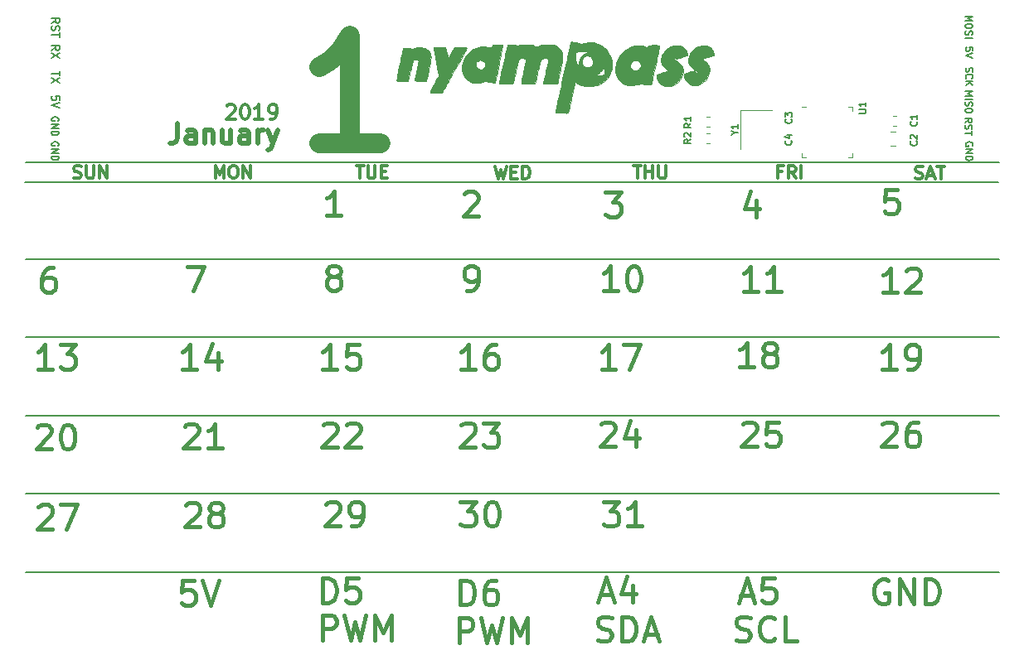
<source format=gbr>
G04 #@! TF.GenerationSoftware,KiCad,Pcbnew,5.0.2-bee76a0~70~ubuntu18.04.1*
G04 #@! TF.CreationDate,2018-12-10T16:15:13+09:00*
G04 #@! TF.ProjectId,2019_01,32303139-5f30-4312-9e6b-696361645f70,rev?*
G04 #@! TF.SameCoordinates,Original*
G04 #@! TF.FileFunction,Legend,Top*
G04 #@! TF.FilePolarity,Positive*
%FSLAX46Y46*%
G04 Gerber Fmt 4.6, Leading zero omitted, Abs format (unit mm)*
G04 Created by KiCad (PCBNEW 5.0.2-bee76a0~70~ubuntu18.04.1) date 2018年12月10日 16時15分13秒*
%MOMM*%
%LPD*%
G01*
G04 APERTURE LIST*
%ADD10C,0.400000*%
%ADD11C,0.175000*%
%ADD12C,0.200000*%
%ADD13C,0.300000*%
%ADD14C,2.000000*%
%ADD15C,0.500000*%
%ADD16C,0.150000*%
%ADD17C,0.120000*%
%ADD18C,0.010000*%
G04 APERTURE END LIST*
D10*
X195882830Y-89761072D02*
X197430449Y-89761072D01*
X196597116Y-90713453D01*
X196954259Y-90713453D01*
X197192354Y-90832500D01*
X197311401Y-90951548D01*
X197430449Y-91189643D01*
X197430449Y-91784881D01*
X197311401Y-92022977D01*
X197192354Y-92142024D01*
X196954259Y-92261072D01*
X196239973Y-92261072D01*
X196001878Y-92142024D01*
X195882830Y-92022977D01*
X199811401Y-92261072D02*
X198382830Y-92261072D01*
X199097116Y-92261072D02*
X199097116Y-89761072D01*
X198859020Y-90118215D01*
X198620925Y-90356310D01*
X198382830Y-90475358D01*
X181293070Y-89761072D02*
X182840689Y-89761072D01*
X182007356Y-90713453D01*
X182364499Y-90713453D01*
X182602594Y-90832500D01*
X182721641Y-90951548D01*
X182840689Y-91189643D01*
X182840689Y-91784881D01*
X182721641Y-92022977D01*
X182602594Y-92142024D01*
X182364499Y-92261072D01*
X181650213Y-92261072D01*
X181412118Y-92142024D01*
X181293070Y-92022977D01*
X184388308Y-89761072D02*
X184626403Y-89761072D01*
X184864499Y-89880120D01*
X184983546Y-89999167D01*
X185102594Y-90237262D01*
X185221641Y-90713453D01*
X185221641Y-91308691D01*
X185102594Y-91784881D01*
X184983546Y-92022977D01*
X184864499Y-92142024D01*
X184626403Y-92261072D01*
X184388308Y-92261072D01*
X184150213Y-92142024D01*
X184031165Y-92022977D01*
X183912118Y-91784881D01*
X183793070Y-91308691D01*
X183793070Y-90713453D01*
X183912118Y-90237262D01*
X184031165Y-89999167D01*
X184150213Y-89880120D01*
X184388308Y-89761072D01*
X167574198Y-89999167D02*
X167693245Y-89880120D01*
X167931340Y-89761072D01*
X168526579Y-89761072D01*
X168764674Y-89880120D01*
X168883721Y-89999167D01*
X169002769Y-90237262D01*
X169002769Y-90475358D01*
X168883721Y-90832500D01*
X167455150Y-92261072D01*
X169002769Y-92261072D01*
X170193245Y-92261072D02*
X170669436Y-92261072D01*
X170907531Y-92142024D01*
X171026579Y-92022977D01*
X171264674Y-91665834D01*
X171383721Y-91189643D01*
X171383721Y-90237262D01*
X171264674Y-89999167D01*
X171145626Y-89880120D01*
X170907531Y-89761072D01*
X170431340Y-89761072D01*
X170193245Y-89880120D01*
X170074198Y-89999167D01*
X169955150Y-90237262D01*
X169955150Y-90832500D01*
X170074198Y-91070596D01*
X170193245Y-91189643D01*
X170431340Y-91308691D01*
X170907531Y-91308691D01*
X171145626Y-91189643D01*
X171264674Y-91070596D01*
X171383721Y-90832500D01*
X153263838Y-90090607D02*
X153382885Y-89971560D01*
X153620980Y-89852512D01*
X154216219Y-89852512D01*
X154454314Y-89971560D01*
X154573361Y-90090607D01*
X154692409Y-90328702D01*
X154692409Y-90566798D01*
X154573361Y-90923940D01*
X153144790Y-92352512D01*
X154692409Y-92352512D01*
X156120980Y-90923940D02*
X155882885Y-90804893D01*
X155763838Y-90685845D01*
X155644790Y-90447750D01*
X155644790Y-90328702D01*
X155763838Y-90090607D01*
X155882885Y-89971560D01*
X156120980Y-89852512D01*
X156597171Y-89852512D01*
X156835266Y-89971560D01*
X156954314Y-90090607D01*
X157073361Y-90328702D01*
X157073361Y-90447750D01*
X156954314Y-90685845D01*
X156835266Y-90804893D01*
X156597171Y-90923940D01*
X156120980Y-90923940D01*
X155882885Y-91042988D01*
X155763838Y-91162036D01*
X155644790Y-91400131D01*
X155644790Y-91876321D01*
X155763838Y-92114417D01*
X155882885Y-92233464D01*
X156120980Y-92352512D01*
X156597171Y-92352512D01*
X156835266Y-92233464D01*
X156954314Y-92114417D01*
X157073361Y-91876321D01*
X157073361Y-91400131D01*
X156954314Y-91162036D01*
X156835266Y-91042988D01*
X156597171Y-90923940D01*
X138201638Y-90278567D02*
X138320685Y-90159520D01*
X138558780Y-90040472D01*
X139154019Y-90040472D01*
X139392114Y-90159520D01*
X139511161Y-90278567D01*
X139630209Y-90516662D01*
X139630209Y-90754758D01*
X139511161Y-91111900D01*
X138082590Y-92540472D01*
X139630209Y-92540472D01*
X140463542Y-90040472D02*
X142130209Y-90040472D01*
X141058780Y-92540472D01*
X224393998Y-81845767D02*
X224513045Y-81726720D01*
X224751140Y-81607672D01*
X225346379Y-81607672D01*
X225584474Y-81726720D01*
X225703521Y-81845767D01*
X225822569Y-82083862D01*
X225822569Y-82321958D01*
X225703521Y-82679100D01*
X224274950Y-84107672D01*
X225822569Y-84107672D01*
X227965426Y-81607672D02*
X227489236Y-81607672D01*
X227251140Y-81726720D01*
X227132093Y-81845767D01*
X226893998Y-82202910D01*
X226774950Y-82679100D01*
X226774950Y-83631481D01*
X226893998Y-83869577D01*
X227013045Y-83988624D01*
X227251140Y-84107672D01*
X227727331Y-84107672D01*
X227965426Y-83988624D01*
X228084474Y-83869577D01*
X228203521Y-83631481D01*
X228203521Y-83036243D01*
X228084474Y-82798148D01*
X227965426Y-82679100D01*
X227727331Y-82560053D01*
X227251140Y-82560053D01*
X227013045Y-82679100D01*
X226893998Y-82798148D01*
X226774950Y-83036243D01*
X210119198Y-81845767D02*
X210238245Y-81726720D01*
X210476340Y-81607672D01*
X211071579Y-81607672D01*
X211309674Y-81726720D01*
X211428721Y-81845767D01*
X211547769Y-82083862D01*
X211547769Y-82321958D01*
X211428721Y-82679100D01*
X210000150Y-84107672D01*
X211547769Y-84107672D01*
X213809674Y-81607672D02*
X212619198Y-81607672D01*
X212500150Y-82798148D01*
X212619198Y-82679100D01*
X212857293Y-82560053D01*
X213452531Y-82560053D01*
X213690626Y-82679100D01*
X213809674Y-82798148D01*
X213928721Y-83036243D01*
X213928721Y-83631481D01*
X213809674Y-83869577D01*
X213690626Y-83988624D01*
X213452531Y-84107672D01*
X212857293Y-84107672D01*
X212619198Y-83988624D01*
X212500150Y-83869577D01*
X195656438Y-81845767D02*
X195775485Y-81726720D01*
X196013580Y-81607672D01*
X196608819Y-81607672D01*
X196846914Y-81726720D01*
X196965961Y-81845767D01*
X197085009Y-82083862D01*
X197085009Y-82321958D01*
X196965961Y-82679100D01*
X195537390Y-84107672D01*
X197085009Y-84107672D01*
X199227866Y-82441005D02*
X199227866Y-84107672D01*
X198632628Y-81488624D02*
X198037390Y-83274339D01*
X199585009Y-83274339D01*
X181391798Y-81937207D02*
X181510845Y-81818160D01*
X181748940Y-81699112D01*
X182344179Y-81699112D01*
X182582274Y-81818160D01*
X182701321Y-81937207D01*
X182820369Y-82175302D01*
X182820369Y-82413398D01*
X182701321Y-82770540D01*
X181272750Y-84199112D01*
X182820369Y-84199112D01*
X183653702Y-81699112D02*
X185201321Y-81699112D01*
X184367988Y-82651493D01*
X184725131Y-82651493D01*
X184963226Y-82770540D01*
X185082274Y-82889588D01*
X185201321Y-83127683D01*
X185201321Y-83722921D01*
X185082274Y-83961017D01*
X184963226Y-84080064D01*
X184725131Y-84199112D01*
X184010845Y-84199112D01*
X183772750Y-84080064D01*
X183653702Y-83961017D01*
X167269398Y-81937207D02*
X167388445Y-81818160D01*
X167626540Y-81699112D01*
X168221779Y-81699112D01*
X168459874Y-81818160D01*
X168578921Y-81937207D01*
X168697969Y-82175302D01*
X168697969Y-82413398D01*
X168578921Y-82770540D01*
X167150350Y-84199112D01*
X168697969Y-84199112D01*
X169650350Y-81937207D02*
X169769398Y-81818160D01*
X170007493Y-81699112D01*
X170602731Y-81699112D01*
X170840826Y-81818160D01*
X170959874Y-81937207D01*
X171078921Y-82175302D01*
X171078921Y-82413398D01*
X170959874Y-82770540D01*
X169531302Y-84199112D01*
X171078921Y-84199112D01*
X153146998Y-82033727D02*
X153266045Y-81914680D01*
X153504140Y-81795632D01*
X154099379Y-81795632D01*
X154337474Y-81914680D01*
X154456521Y-82033727D01*
X154575569Y-82271822D01*
X154575569Y-82509918D01*
X154456521Y-82867060D01*
X153027950Y-84295632D01*
X154575569Y-84295632D01*
X156956521Y-84295632D02*
X155527950Y-84295632D01*
X156242236Y-84295632D02*
X156242236Y-81795632D01*
X156004140Y-82152775D01*
X155766045Y-82390870D01*
X155527950Y-82509918D01*
X138084798Y-82125167D02*
X138203845Y-82006120D01*
X138441940Y-81887072D01*
X139037179Y-81887072D01*
X139275274Y-82006120D01*
X139394321Y-82125167D01*
X139513369Y-82363262D01*
X139513369Y-82601358D01*
X139394321Y-82958500D01*
X137965750Y-84387072D01*
X139513369Y-84387072D01*
X141060988Y-81887072D02*
X141299083Y-81887072D01*
X141537179Y-82006120D01*
X141656226Y-82125167D01*
X141775274Y-82363262D01*
X141894321Y-82839453D01*
X141894321Y-83434691D01*
X141775274Y-83910881D01*
X141656226Y-84148977D01*
X141537179Y-84268024D01*
X141299083Y-84387072D01*
X141060988Y-84387072D01*
X140822893Y-84268024D01*
X140703845Y-84148977D01*
X140584798Y-83910881D01*
X140465750Y-83434691D01*
X140465750Y-82839453D01*
X140584798Y-82363262D01*
X140703845Y-82125167D01*
X140822893Y-82006120D01*
X141060988Y-81887072D01*
X225807329Y-76198112D02*
X224378758Y-76198112D01*
X225093043Y-76198112D02*
X225093043Y-73698112D01*
X224854948Y-74055255D01*
X224616853Y-74293350D01*
X224378758Y-74412398D01*
X226997805Y-76198112D02*
X227473996Y-76198112D01*
X227712091Y-76079064D01*
X227831139Y-75960017D01*
X228069234Y-75602874D01*
X228188281Y-75126683D01*
X228188281Y-74174302D01*
X228069234Y-73936207D01*
X227950186Y-73817160D01*
X227712091Y-73698112D01*
X227235900Y-73698112D01*
X226997805Y-73817160D01*
X226878758Y-73936207D01*
X226759710Y-74174302D01*
X226759710Y-74769540D01*
X226878758Y-75007636D01*
X226997805Y-75126683D01*
X227235900Y-75245731D01*
X227712091Y-75245731D01*
X227950186Y-75126683D01*
X228069234Y-75007636D01*
X228188281Y-74769540D01*
X211248049Y-76010152D02*
X209819478Y-76010152D01*
X210533763Y-76010152D02*
X210533763Y-73510152D01*
X210295668Y-73867295D01*
X210057573Y-74105390D01*
X209819478Y-74224438D01*
X212676620Y-74581580D02*
X212438525Y-74462533D01*
X212319478Y-74343485D01*
X212200430Y-74105390D01*
X212200430Y-73986342D01*
X212319478Y-73748247D01*
X212438525Y-73629200D01*
X212676620Y-73510152D01*
X213152811Y-73510152D01*
X213390906Y-73629200D01*
X213509954Y-73748247D01*
X213629001Y-73986342D01*
X213629001Y-74105390D01*
X213509954Y-74343485D01*
X213390906Y-74462533D01*
X213152811Y-74581580D01*
X212676620Y-74581580D01*
X212438525Y-74700628D01*
X212319478Y-74819676D01*
X212200430Y-75057771D01*
X212200430Y-75533961D01*
X212319478Y-75772057D01*
X212438525Y-75891104D01*
X212676620Y-76010152D01*
X213152811Y-76010152D01*
X213390906Y-75891104D01*
X213509954Y-75772057D01*
X213629001Y-75533961D01*
X213629001Y-75057771D01*
X213509954Y-74819676D01*
X213390906Y-74700628D01*
X213152811Y-74581580D01*
X197130729Y-76198112D02*
X195702158Y-76198112D01*
X196416443Y-76198112D02*
X196416443Y-73698112D01*
X196178348Y-74055255D01*
X195940253Y-74293350D01*
X195702158Y-74412398D01*
X197964062Y-73698112D02*
X199630729Y-73698112D01*
X198559300Y-76198112D01*
X182794969Y-76198112D02*
X181366398Y-76198112D01*
X182080683Y-76198112D02*
X182080683Y-73698112D01*
X181842588Y-74055255D01*
X181604493Y-74293350D01*
X181366398Y-74412398D01*
X184937826Y-73698112D02*
X184461636Y-73698112D01*
X184223540Y-73817160D01*
X184104493Y-73936207D01*
X183866398Y-74293350D01*
X183747350Y-74769540D01*
X183747350Y-75721921D01*
X183866398Y-75960017D01*
X183985445Y-76079064D01*
X184223540Y-76198112D01*
X184699731Y-76198112D01*
X184937826Y-76079064D01*
X185056874Y-75960017D01*
X185175921Y-75721921D01*
X185175921Y-75126683D01*
X185056874Y-74888588D01*
X184937826Y-74769540D01*
X184699731Y-74650493D01*
X184223540Y-74650493D01*
X183985445Y-74769540D01*
X183866398Y-74888588D01*
X183747350Y-75126683D01*
X168672569Y-76198112D02*
X167243998Y-76198112D01*
X167958283Y-76198112D02*
X167958283Y-73698112D01*
X167720188Y-74055255D01*
X167482093Y-74293350D01*
X167243998Y-74412398D01*
X170934474Y-73698112D02*
X169743998Y-73698112D01*
X169624950Y-74888588D01*
X169743998Y-74769540D01*
X169982093Y-74650493D01*
X170577331Y-74650493D01*
X170815426Y-74769540D01*
X170934474Y-74888588D01*
X171053521Y-75126683D01*
X171053521Y-75721921D01*
X170934474Y-75960017D01*
X170815426Y-76079064D01*
X170577331Y-76198112D01*
X169982093Y-76198112D01*
X169743998Y-76079064D01*
X169624950Y-75960017D01*
X154362209Y-76198112D02*
X152933638Y-76198112D01*
X153647923Y-76198112D02*
X153647923Y-73698112D01*
X153409828Y-74055255D01*
X153171733Y-74293350D01*
X152933638Y-74412398D01*
X156505066Y-74531445D02*
X156505066Y-76198112D01*
X155909828Y-73579064D02*
X155314590Y-75364779D01*
X156862209Y-75364779D01*
X139584489Y-76198112D02*
X138155918Y-76198112D01*
X138870203Y-76198112D02*
X138870203Y-73698112D01*
X138632108Y-74055255D01*
X138394013Y-74293350D01*
X138155918Y-74412398D01*
X140417822Y-73698112D02*
X141965441Y-73698112D01*
X141132108Y-74650493D01*
X141489251Y-74650493D01*
X141727346Y-74769540D01*
X141846394Y-74888588D01*
X141965441Y-75126683D01*
X141965441Y-75721921D01*
X141846394Y-75960017D01*
X141727346Y-76079064D01*
X141489251Y-76198112D01*
X140774965Y-76198112D01*
X140536870Y-76079064D01*
X140417822Y-75960017D01*
X225893689Y-68395232D02*
X224465118Y-68395232D01*
X225179403Y-68395232D02*
X225179403Y-65895232D01*
X224941308Y-66252375D01*
X224703213Y-66490470D01*
X224465118Y-66609518D01*
X226846070Y-66133327D02*
X226965118Y-66014280D01*
X227203213Y-65895232D01*
X227798451Y-65895232D01*
X228036546Y-66014280D01*
X228155594Y-66133327D01*
X228274641Y-66371422D01*
X228274641Y-66609518D01*
X228155594Y-66966660D01*
X226727022Y-68395232D01*
X228274641Y-68395232D01*
X211618889Y-68232672D02*
X210190318Y-68232672D01*
X210904603Y-68232672D02*
X210904603Y-65732672D01*
X210666508Y-66089815D01*
X210428413Y-66327910D01*
X210190318Y-66446958D01*
X213999841Y-68232672D02*
X212571270Y-68232672D01*
X213285556Y-68232672D02*
X213285556Y-65732672D01*
X213047460Y-66089815D01*
X212809365Y-66327910D01*
X212571270Y-66446958D01*
X197323769Y-68181872D02*
X195895198Y-68181872D01*
X196609483Y-68181872D02*
X196609483Y-65681872D01*
X196371388Y-66039015D01*
X196133293Y-66277110D01*
X195895198Y-66396158D01*
X198871388Y-65681872D02*
X199109483Y-65681872D01*
X199347579Y-65800920D01*
X199466626Y-65919967D01*
X199585674Y-66158062D01*
X199704721Y-66634253D01*
X199704721Y-67229491D01*
X199585674Y-67705681D01*
X199466626Y-67943777D01*
X199347579Y-68062824D01*
X199109483Y-68181872D01*
X198871388Y-68181872D01*
X198633293Y-68062824D01*
X198514245Y-67943777D01*
X198395198Y-67705681D01*
X198276150Y-67229491D01*
X198276150Y-66634253D01*
X198395198Y-66158062D01*
X198514245Y-65919967D01*
X198633293Y-65800920D01*
X198871388Y-65681872D01*
X181931369Y-68181872D02*
X182407560Y-68181872D01*
X182645655Y-68062824D01*
X182764702Y-67943777D01*
X183002798Y-67586634D01*
X183121845Y-67110443D01*
X183121845Y-66158062D01*
X183002798Y-65919967D01*
X182883750Y-65800920D01*
X182645655Y-65681872D01*
X182169464Y-65681872D01*
X181931369Y-65800920D01*
X181812321Y-65919967D01*
X181693274Y-66158062D01*
X181693274Y-66753300D01*
X181812321Y-66991396D01*
X181931369Y-67110443D01*
X182169464Y-67229491D01*
X182645655Y-67229491D01*
X182883750Y-67110443D01*
X183002798Y-66991396D01*
X183121845Y-66753300D01*
X168118184Y-66717740D02*
X167880089Y-66598693D01*
X167761041Y-66479645D01*
X167641994Y-66241550D01*
X167641994Y-66122502D01*
X167761041Y-65884407D01*
X167880089Y-65765360D01*
X168118184Y-65646312D01*
X168594375Y-65646312D01*
X168832470Y-65765360D01*
X168951518Y-65884407D01*
X169070565Y-66122502D01*
X169070565Y-66241550D01*
X168951518Y-66479645D01*
X168832470Y-66598693D01*
X168594375Y-66717740D01*
X168118184Y-66717740D01*
X167880089Y-66836788D01*
X167761041Y-66955836D01*
X167641994Y-67193931D01*
X167641994Y-67670121D01*
X167761041Y-67908217D01*
X167880089Y-68027264D01*
X168118184Y-68146312D01*
X168594375Y-68146312D01*
X168832470Y-68027264D01*
X168951518Y-67908217D01*
X169070565Y-67670121D01*
X169070565Y-67193931D01*
X168951518Y-66955836D01*
X168832470Y-66836788D01*
X168594375Y-66717740D01*
X153446266Y-65712352D02*
X155112933Y-65712352D01*
X154041504Y-68212352D01*
X139734230Y-65839352D02*
X139258040Y-65839352D01*
X139019944Y-65958400D01*
X138900897Y-66077447D01*
X138662801Y-66434590D01*
X138543754Y-66910780D01*
X138543754Y-67863161D01*
X138662801Y-68101257D01*
X138781849Y-68220304D01*
X139019944Y-68339352D01*
X139496135Y-68339352D01*
X139734230Y-68220304D01*
X139853278Y-68101257D01*
X139972325Y-67863161D01*
X139972325Y-67267923D01*
X139853278Y-67029828D01*
X139734230Y-66910780D01*
X139496135Y-66791733D01*
X139019944Y-66791733D01*
X138781849Y-66910780D01*
X138662801Y-67029828D01*
X138543754Y-67267923D01*
D11*
X233547400Y-53385786D02*
X233580733Y-53319120D01*
X233580733Y-53219120D01*
X233547400Y-53119120D01*
X233480733Y-53052453D01*
X233414066Y-53019120D01*
X233280733Y-52985786D01*
X233180733Y-52985786D01*
X233047400Y-53019120D01*
X232980733Y-53052453D01*
X232914066Y-53119120D01*
X232880733Y-53219120D01*
X232880733Y-53285786D01*
X232914066Y-53385786D01*
X232947400Y-53419120D01*
X233180733Y-53419120D01*
X233180733Y-53285786D01*
X232880733Y-53719120D02*
X233580733Y-53719120D01*
X232880733Y-54119120D01*
X233580733Y-54119120D01*
X232880733Y-54452453D02*
X233580733Y-54452453D01*
X233580733Y-54619120D01*
X233547400Y-54719120D01*
X233480733Y-54785786D01*
X233414066Y-54819120D01*
X233280733Y-54852453D01*
X233180733Y-54852453D01*
X233047400Y-54819120D01*
X232980733Y-54785786D01*
X232914066Y-54719120D01*
X232880733Y-54619120D01*
X232880733Y-54452453D01*
X232824853Y-50990706D02*
X233158186Y-50757373D01*
X232824853Y-50590706D02*
X233524853Y-50590706D01*
X233524853Y-50857373D01*
X233491520Y-50924040D01*
X233458186Y-50957373D01*
X233391520Y-50990706D01*
X233291520Y-50990706D01*
X233224853Y-50957373D01*
X233191520Y-50924040D01*
X233158186Y-50857373D01*
X233158186Y-50590706D01*
X232858186Y-51257373D02*
X232824853Y-51357373D01*
X232824853Y-51524040D01*
X232858186Y-51590706D01*
X232891520Y-51624040D01*
X232958186Y-51657373D01*
X233024853Y-51657373D01*
X233091520Y-51624040D01*
X233124853Y-51590706D01*
X233158186Y-51524040D01*
X233191520Y-51390706D01*
X233224853Y-51324040D01*
X233258186Y-51290706D01*
X233324853Y-51257373D01*
X233391520Y-51257373D01*
X233458186Y-51290706D01*
X233491520Y-51324040D01*
X233524853Y-51390706D01*
X233524853Y-51557373D01*
X233491520Y-51657373D01*
X233524853Y-51857373D02*
X233524853Y-52257373D01*
X232824853Y-52057373D02*
X233524853Y-52057373D01*
X232860413Y-47784840D02*
X233560413Y-47784840D01*
X233060413Y-48018173D01*
X233560413Y-48251506D01*
X232860413Y-48251506D01*
X232860413Y-48584840D02*
X233560413Y-48584840D01*
X232893746Y-48884840D02*
X232860413Y-48984840D01*
X232860413Y-49151506D01*
X232893746Y-49218173D01*
X232927080Y-49251506D01*
X232993746Y-49284840D01*
X233060413Y-49284840D01*
X233127080Y-49251506D01*
X233160413Y-49218173D01*
X233193746Y-49151506D01*
X233227080Y-49018173D01*
X233260413Y-48951506D01*
X233293746Y-48918173D01*
X233360413Y-48884840D01*
X233427080Y-48884840D01*
X233493746Y-48918173D01*
X233527080Y-48951506D01*
X233560413Y-49018173D01*
X233560413Y-49184840D01*
X233527080Y-49284840D01*
X233560413Y-49718173D02*
X233560413Y-49851506D01*
X233527080Y-49918173D01*
X233460413Y-49984840D01*
X233327080Y-50018173D01*
X233093746Y-50018173D01*
X232960413Y-49984840D01*
X232893746Y-49918173D01*
X232860413Y-49851506D01*
X232860413Y-49718173D01*
X232893746Y-49651506D01*
X232960413Y-49584840D01*
X233093746Y-49551506D01*
X233327080Y-49551506D01*
X233460413Y-49584840D01*
X233527080Y-49651506D01*
X233560413Y-49718173D01*
X232914066Y-45394040D02*
X232880733Y-45494040D01*
X232880733Y-45660706D01*
X232914066Y-45727373D01*
X232947400Y-45760706D01*
X233014066Y-45794040D01*
X233080733Y-45794040D01*
X233147400Y-45760706D01*
X233180733Y-45727373D01*
X233214066Y-45660706D01*
X233247400Y-45527373D01*
X233280733Y-45460706D01*
X233314066Y-45427373D01*
X233380733Y-45394040D01*
X233447400Y-45394040D01*
X233514066Y-45427373D01*
X233547400Y-45460706D01*
X233580733Y-45527373D01*
X233580733Y-45694040D01*
X233547400Y-45794040D01*
X232947400Y-46494040D02*
X232914066Y-46460706D01*
X232880733Y-46360706D01*
X232880733Y-46294040D01*
X232914066Y-46194040D01*
X232980733Y-46127373D01*
X233047400Y-46094040D01*
X233180733Y-46060706D01*
X233280733Y-46060706D01*
X233414066Y-46094040D01*
X233480733Y-46127373D01*
X233547400Y-46194040D01*
X233580733Y-46294040D01*
X233580733Y-46360706D01*
X233547400Y-46460706D01*
X233514066Y-46494040D01*
X232880733Y-46794040D02*
X233580733Y-46794040D01*
X232880733Y-47194040D02*
X233280733Y-46894040D01*
X233580733Y-47194040D02*
X233180733Y-46794040D01*
X233590893Y-43651186D02*
X233590893Y-43317853D01*
X233257560Y-43284520D01*
X233290893Y-43317853D01*
X233324226Y-43384520D01*
X233324226Y-43551186D01*
X233290893Y-43617853D01*
X233257560Y-43651186D01*
X233190893Y-43684520D01*
X233024226Y-43684520D01*
X232957560Y-43651186D01*
X232924226Y-43617853D01*
X232890893Y-43551186D01*
X232890893Y-43384520D01*
X232924226Y-43317853D01*
X232957560Y-43284520D01*
X233590893Y-43884520D02*
X232890893Y-44117853D01*
X233590893Y-44351186D01*
X232860413Y-40134360D02*
X233560413Y-40134360D01*
X233060413Y-40367693D01*
X233560413Y-40601026D01*
X232860413Y-40601026D01*
X233560413Y-41067693D02*
X233560413Y-41201026D01*
X233527080Y-41267693D01*
X233460413Y-41334360D01*
X233327080Y-41367693D01*
X233093746Y-41367693D01*
X232960413Y-41334360D01*
X232893746Y-41267693D01*
X232860413Y-41201026D01*
X232860413Y-41067693D01*
X232893746Y-41001026D01*
X232960413Y-40934360D01*
X233093746Y-40901026D01*
X233327080Y-40901026D01*
X233460413Y-40934360D01*
X233527080Y-41001026D01*
X233560413Y-41067693D01*
X232893746Y-41634360D02*
X232860413Y-41734360D01*
X232860413Y-41901026D01*
X232893746Y-41967693D01*
X232927080Y-42001026D01*
X232993746Y-42034360D01*
X233060413Y-42034360D01*
X233127080Y-42001026D01*
X233160413Y-41967693D01*
X233193746Y-41901026D01*
X233227080Y-41767693D01*
X233260413Y-41701026D01*
X233293746Y-41667693D01*
X233360413Y-41634360D01*
X233427080Y-41634360D01*
X233493746Y-41667693D01*
X233527080Y-41701026D01*
X233560413Y-41767693D01*
X233560413Y-41934360D01*
X233527080Y-42034360D01*
X232860413Y-42334360D02*
X233560413Y-42334360D01*
X140227800Y-53375626D02*
X140261133Y-53308960D01*
X140261133Y-53208960D01*
X140227800Y-53108960D01*
X140161133Y-53042293D01*
X140094466Y-53008960D01*
X139961133Y-52975626D01*
X139861133Y-52975626D01*
X139727800Y-53008960D01*
X139661133Y-53042293D01*
X139594466Y-53108960D01*
X139561133Y-53208960D01*
X139561133Y-53275626D01*
X139594466Y-53375626D01*
X139627800Y-53408960D01*
X139861133Y-53408960D01*
X139861133Y-53275626D01*
X139561133Y-53708960D02*
X140261133Y-53708960D01*
X139561133Y-54108960D01*
X140261133Y-54108960D01*
X139561133Y-54442293D02*
X140261133Y-54442293D01*
X140261133Y-54608960D01*
X140227800Y-54708960D01*
X140161133Y-54775626D01*
X140094466Y-54808960D01*
X139961133Y-54842293D01*
X139861133Y-54842293D01*
X139727800Y-54808960D01*
X139661133Y-54775626D01*
X139594466Y-54708960D01*
X139561133Y-54608960D01*
X139561133Y-54442293D01*
X140212560Y-50835626D02*
X140245893Y-50768960D01*
X140245893Y-50668960D01*
X140212560Y-50568960D01*
X140145893Y-50502293D01*
X140079226Y-50468960D01*
X139945893Y-50435626D01*
X139845893Y-50435626D01*
X139712560Y-50468960D01*
X139645893Y-50502293D01*
X139579226Y-50568960D01*
X139545893Y-50668960D01*
X139545893Y-50735626D01*
X139579226Y-50835626D01*
X139612560Y-50868960D01*
X139845893Y-50868960D01*
X139845893Y-50735626D01*
X139545893Y-51168960D02*
X140245893Y-51168960D01*
X139545893Y-51568960D01*
X140245893Y-51568960D01*
X139545893Y-51902293D02*
X140245893Y-51902293D01*
X140245893Y-52068960D01*
X140212560Y-52168960D01*
X140145893Y-52235626D01*
X140079226Y-52268960D01*
X139945893Y-52302293D01*
X139845893Y-52302293D01*
X139712560Y-52268960D01*
X139645893Y-52235626D01*
X139579226Y-52168960D01*
X139545893Y-52068960D01*
X139545893Y-51902293D01*
D12*
X140361615Y-48676579D02*
X140361615Y-48295626D01*
X139980662Y-48257531D01*
X140018758Y-48295626D01*
X140056853Y-48371817D01*
X140056853Y-48562293D01*
X140018758Y-48638483D01*
X139980662Y-48676579D01*
X139904472Y-48714674D01*
X139713996Y-48714674D01*
X139637805Y-48676579D01*
X139599710Y-48638483D01*
X139561615Y-48562293D01*
X139561615Y-48371817D01*
X139599710Y-48295626D01*
X139637805Y-48257531D01*
X140361615Y-48943245D02*
X139561615Y-49209912D01*
X140361615Y-49476579D01*
X140361615Y-45755636D02*
X140361615Y-46212779D01*
X139561615Y-45984207D02*
X140361615Y-45984207D01*
X140361615Y-46403255D02*
X139561615Y-46936588D01*
X140361615Y-46936588D02*
X139561615Y-46403255D01*
X139561615Y-43590226D02*
X139942567Y-43323560D01*
X139561615Y-43133083D02*
X140361615Y-43133083D01*
X140361615Y-43437845D01*
X140323520Y-43514036D01*
X140285424Y-43552131D01*
X140209234Y-43590226D01*
X140094948Y-43590226D01*
X140018758Y-43552131D01*
X139980662Y-43514036D01*
X139942567Y-43437845D01*
X139942567Y-43133083D01*
X140361615Y-43856893D02*
X139561615Y-44390226D01*
X140361615Y-44390226D02*
X139561615Y-43856893D01*
X139551455Y-40811504D02*
X139932407Y-40544838D01*
X139551455Y-40354361D02*
X140351455Y-40354361D01*
X140351455Y-40659123D01*
X140313360Y-40735314D01*
X140275264Y-40773409D01*
X140199074Y-40811504D01*
X140084788Y-40811504D01*
X140008598Y-40773409D01*
X139970502Y-40735314D01*
X139932407Y-40659123D01*
X139932407Y-40354361D01*
X139589550Y-41116266D02*
X139551455Y-41230552D01*
X139551455Y-41421028D01*
X139589550Y-41497219D01*
X139627645Y-41535314D01*
X139703836Y-41573409D01*
X139780026Y-41573409D01*
X139856217Y-41535314D01*
X139894312Y-41497219D01*
X139932407Y-41421028D01*
X139970502Y-41268647D01*
X140008598Y-41192457D01*
X140046693Y-41154361D01*
X140122883Y-41116266D01*
X140199074Y-41116266D01*
X140275264Y-41154361D01*
X140313360Y-41192457D01*
X140351455Y-41268647D01*
X140351455Y-41459123D01*
X140313360Y-41573409D01*
X140351455Y-41801980D02*
X140351455Y-42259123D01*
X139551455Y-42030552D02*
X140351455Y-42030552D01*
D10*
X209444009Y-103886984D02*
X209801152Y-104006032D01*
X210396390Y-104006032D01*
X210634485Y-103886984D01*
X210753533Y-103767937D01*
X210872580Y-103529841D01*
X210872580Y-103291746D01*
X210753533Y-103053651D01*
X210634485Y-102934603D01*
X210396390Y-102815556D01*
X209920200Y-102696508D01*
X209682104Y-102577460D01*
X209563057Y-102458413D01*
X209444009Y-102220318D01*
X209444009Y-101982222D01*
X209563057Y-101744127D01*
X209682104Y-101625080D01*
X209920200Y-101506032D01*
X210515438Y-101506032D01*
X210872580Y-101625080D01*
X213372580Y-103767937D02*
X213253533Y-103886984D01*
X212896390Y-104006032D01*
X212658295Y-104006032D01*
X212301152Y-103886984D01*
X212063057Y-103648889D01*
X211944009Y-103410794D01*
X211824961Y-102934603D01*
X211824961Y-102577460D01*
X211944009Y-102101270D01*
X212063057Y-101863175D01*
X212301152Y-101625080D01*
X212658295Y-101506032D01*
X212896390Y-101506032D01*
X213253533Y-101625080D01*
X213372580Y-101744127D01*
X215634485Y-104006032D02*
X214444009Y-104006032D01*
X214444009Y-101506032D01*
X195302725Y-103886984D02*
X195659868Y-104006032D01*
X196255106Y-104006032D01*
X196493201Y-103886984D01*
X196612249Y-103767937D01*
X196731297Y-103529841D01*
X196731297Y-103291746D01*
X196612249Y-103053651D01*
X196493201Y-102934603D01*
X196255106Y-102815556D01*
X195778916Y-102696508D01*
X195540820Y-102577460D01*
X195421773Y-102458413D01*
X195302725Y-102220318D01*
X195302725Y-101982222D01*
X195421773Y-101744127D01*
X195540820Y-101625080D01*
X195778916Y-101506032D01*
X196374154Y-101506032D01*
X196731297Y-101625080D01*
X197802725Y-104006032D02*
X197802725Y-101506032D01*
X198397963Y-101506032D01*
X198755106Y-101625080D01*
X198993201Y-101863175D01*
X199112249Y-102101270D01*
X199231297Y-102577460D01*
X199231297Y-102934603D01*
X199112249Y-103410794D01*
X198993201Y-103648889D01*
X198755106Y-103886984D01*
X198397963Y-104006032D01*
X197802725Y-104006032D01*
X200183678Y-103291746D02*
X201374154Y-103291746D01*
X199945582Y-104006032D02*
X200778916Y-101506032D01*
X201612249Y-104006032D01*
X181141015Y-104138112D02*
X181141015Y-101638112D01*
X182093396Y-101638112D01*
X182331491Y-101757160D01*
X182450539Y-101876207D01*
X182569586Y-102114302D01*
X182569586Y-102471445D01*
X182450539Y-102709540D01*
X182331491Y-102828588D01*
X182093396Y-102947636D01*
X181141015Y-102947636D01*
X183402920Y-101638112D02*
X183998158Y-104138112D01*
X184474348Y-102352398D01*
X184950539Y-104138112D01*
X185545777Y-101638112D01*
X186498158Y-104138112D02*
X186498158Y-101638112D01*
X187331491Y-103423826D01*
X188164824Y-101638112D01*
X188164824Y-104138112D01*
X167191335Y-103879032D02*
X167191335Y-101379032D01*
X168143716Y-101379032D01*
X168381811Y-101498080D01*
X168500859Y-101617127D01*
X168619906Y-101855222D01*
X168619906Y-102212365D01*
X168500859Y-102450460D01*
X168381811Y-102569508D01*
X168143716Y-102688556D01*
X167191335Y-102688556D01*
X169453240Y-101379032D02*
X170048478Y-103879032D01*
X170524668Y-102093318D01*
X171000859Y-103879032D01*
X171596097Y-101379032D01*
X172548478Y-103879032D02*
X172548478Y-101379032D01*
X173381811Y-103164746D01*
X174215144Y-101379032D01*
X174215144Y-103879032D01*
X224932478Y-97804920D02*
X224694382Y-97685872D01*
X224337240Y-97685872D01*
X223980097Y-97804920D01*
X223742001Y-98043015D01*
X223622954Y-98281110D01*
X223503906Y-98757300D01*
X223503906Y-99114443D01*
X223622954Y-99590634D01*
X223742001Y-99828729D01*
X223980097Y-100066824D01*
X224337240Y-100185872D01*
X224575335Y-100185872D01*
X224932478Y-100066824D01*
X225051525Y-99947777D01*
X225051525Y-99114443D01*
X224575335Y-99114443D01*
X226122954Y-100185872D02*
X226122954Y-97685872D01*
X227551525Y-100185872D01*
X227551525Y-97685872D01*
X228742001Y-100185872D02*
X228742001Y-97685872D01*
X229337240Y-97685872D01*
X229694382Y-97804920D01*
X229932478Y-98043015D01*
X230051525Y-98281110D01*
X230170573Y-98757300D01*
X230170573Y-99114443D01*
X230051525Y-99590634D01*
X229932478Y-99828729D01*
X229694382Y-100066824D01*
X229337240Y-100185872D01*
X228742001Y-100185872D01*
X209923285Y-99375066D02*
X211113761Y-99375066D01*
X209685190Y-100089352D02*
X210518523Y-97589352D01*
X211351857Y-100089352D01*
X213375666Y-97589352D02*
X212185190Y-97589352D01*
X212066142Y-98779828D01*
X212185190Y-98660780D01*
X212423285Y-98541733D01*
X213018523Y-98541733D01*
X213256619Y-98660780D01*
X213375666Y-98779828D01*
X213494714Y-99017923D01*
X213494714Y-99613161D01*
X213375666Y-99851257D01*
X213256619Y-99970304D01*
X213018523Y-100089352D01*
X212423285Y-100089352D01*
X212185190Y-99970304D01*
X212066142Y-99851257D01*
X195551965Y-99283626D02*
X196742441Y-99283626D01*
X195313870Y-99997912D02*
X196147203Y-97497912D01*
X196980537Y-99997912D01*
X198885299Y-98331245D02*
X198885299Y-99997912D01*
X198290060Y-97378864D02*
X197694822Y-99164579D01*
X199242441Y-99164579D01*
X181304001Y-100277312D02*
X181304001Y-97777312D01*
X181899240Y-97777312D01*
X182256382Y-97896360D01*
X182494478Y-98134455D01*
X182613525Y-98372550D01*
X182732573Y-98848740D01*
X182732573Y-99205883D01*
X182613525Y-99682074D01*
X182494478Y-99920169D01*
X182256382Y-100158264D01*
X181899240Y-100277312D01*
X181304001Y-100277312D01*
X184875430Y-97777312D02*
X184399240Y-97777312D01*
X184161144Y-97896360D01*
X184042097Y-98015407D01*
X183804001Y-98372550D01*
X183684954Y-98848740D01*
X183684954Y-99801121D01*
X183804001Y-100039217D01*
X183923049Y-100158264D01*
X184161144Y-100277312D01*
X184637335Y-100277312D01*
X184875430Y-100158264D01*
X184994478Y-100039217D01*
X185113525Y-99801121D01*
X185113525Y-99205883D01*
X184994478Y-98967788D01*
X184875430Y-98848740D01*
X184637335Y-98729693D01*
X184161144Y-98729693D01*
X183923049Y-98848740D01*
X183804001Y-98967788D01*
X183684954Y-99205883D01*
X167201921Y-100084272D02*
X167201921Y-97584272D01*
X167797160Y-97584272D01*
X168154302Y-97703320D01*
X168392398Y-97941415D01*
X168511445Y-98179510D01*
X168630493Y-98655700D01*
X168630493Y-99012843D01*
X168511445Y-99489034D01*
X168392398Y-99727129D01*
X168154302Y-99965224D01*
X167797160Y-100084272D01*
X167201921Y-100084272D01*
X170892398Y-97584272D02*
X169701921Y-97584272D01*
X169582874Y-98774748D01*
X169701921Y-98655700D01*
X169940017Y-98536653D01*
X170535255Y-98536653D01*
X170773350Y-98655700D01*
X170892398Y-98774748D01*
X171011445Y-99012843D01*
X171011445Y-99608081D01*
X170892398Y-99846177D01*
X170773350Y-99965224D01*
X170535255Y-100084272D01*
X169940017Y-100084272D01*
X169701921Y-99965224D01*
X169582874Y-99846177D01*
X154113289Y-97828112D02*
X152922813Y-97828112D01*
X152803765Y-99018588D01*
X152922813Y-98899540D01*
X153160908Y-98780493D01*
X153756146Y-98780493D01*
X153994241Y-98899540D01*
X154113289Y-99018588D01*
X154232337Y-99256683D01*
X154232337Y-99851921D01*
X154113289Y-100090017D01*
X153994241Y-100209064D01*
X153756146Y-100328112D01*
X153160908Y-100328112D01*
X152922813Y-100209064D01*
X152803765Y-100090017D01*
X154946622Y-97828112D02*
X155779956Y-100328112D01*
X156613289Y-97828112D01*
X225913558Y-57818032D02*
X224723081Y-57818032D01*
X224604034Y-59008508D01*
X224723081Y-58889460D01*
X224961177Y-58770413D01*
X225556415Y-58770413D01*
X225794510Y-58889460D01*
X225913558Y-59008508D01*
X226032605Y-59246603D01*
X226032605Y-59841841D01*
X225913558Y-60079937D01*
X225794510Y-60198984D01*
X225556415Y-60318032D01*
X224961177Y-60318032D01*
X224723081Y-60198984D01*
X224604034Y-60079937D01*
X211494310Y-58981565D02*
X211494310Y-60648232D01*
X210899072Y-58029184D02*
X210303834Y-59814899D01*
X211851453Y-59814899D01*
X196108106Y-58138072D02*
X197655725Y-58138072D01*
X196822392Y-59090453D01*
X197179535Y-59090453D01*
X197417630Y-59209500D01*
X197536678Y-59328548D01*
X197655725Y-59566643D01*
X197655725Y-60161881D01*
X197536678Y-60399977D01*
X197417630Y-60519024D01*
X197179535Y-60638072D01*
X196465249Y-60638072D01*
X196227154Y-60519024D01*
X196108106Y-60399977D01*
X181683114Y-58299967D02*
X181802161Y-58180920D01*
X182040257Y-58061872D01*
X182635495Y-58061872D01*
X182873590Y-58180920D01*
X182992638Y-58299967D01*
X183111685Y-58538062D01*
X183111685Y-58776158D01*
X182992638Y-59133300D01*
X181564066Y-60561872D01*
X183111685Y-60561872D01*
X169090885Y-60505992D02*
X167662314Y-60505992D01*
X168376600Y-60505992D02*
X168376600Y-58005992D01*
X168138504Y-58363135D01*
X167900409Y-58601230D01*
X167662314Y-58720278D01*
D13*
X227760390Y-56695750D02*
X227946104Y-56757655D01*
X228255628Y-56757655D01*
X228379438Y-56695750D01*
X228441342Y-56633845D01*
X228503247Y-56510036D01*
X228503247Y-56386226D01*
X228441342Y-56262417D01*
X228379438Y-56200512D01*
X228255628Y-56138607D01*
X228008009Y-56076702D01*
X227884200Y-56014798D01*
X227822295Y-55952893D01*
X227760390Y-55829083D01*
X227760390Y-55705274D01*
X227822295Y-55581464D01*
X227884200Y-55519560D01*
X228008009Y-55457655D01*
X228317533Y-55457655D01*
X228503247Y-55519560D01*
X228998485Y-56386226D02*
X229617533Y-56386226D01*
X228874676Y-56757655D02*
X229308009Y-55457655D01*
X229741342Y-56757655D01*
X229988961Y-55457655D02*
X230731819Y-55457655D01*
X230360390Y-56757655D02*
X230360390Y-55457655D01*
X214105110Y-56030982D02*
X213671777Y-56030982D01*
X213671777Y-56711935D02*
X213671777Y-55411935D01*
X214290824Y-55411935D01*
X215528920Y-56711935D02*
X215095586Y-56092887D01*
X214786062Y-56711935D02*
X214786062Y-55411935D01*
X215281300Y-55411935D01*
X215405110Y-55473840D01*
X215467015Y-55535744D01*
X215528920Y-55659554D01*
X215528920Y-55845268D01*
X215467015Y-55969078D01*
X215405110Y-56030982D01*
X215281300Y-56092887D01*
X214786062Y-56092887D01*
X216086062Y-56711935D02*
X216086062Y-55411935D01*
X198997786Y-55411935D02*
X199740643Y-55411935D01*
X199369215Y-56711935D02*
X199369215Y-55411935D01*
X200173977Y-56711935D02*
X200173977Y-55411935D01*
X200173977Y-56030982D02*
X200916834Y-56030982D01*
X200916834Y-56711935D02*
X200916834Y-55411935D01*
X201535881Y-55411935D02*
X201535881Y-56464316D01*
X201597786Y-56588125D01*
X201659691Y-56650030D01*
X201783500Y-56711935D01*
X202031120Y-56711935D01*
X202154929Y-56650030D01*
X202216834Y-56588125D01*
X202278739Y-56464316D01*
X202278739Y-55411935D01*
X184859201Y-55442415D02*
X185168725Y-56742415D01*
X185416344Y-55813843D01*
X185663963Y-56742415D01*
X185973487Y-55442415D01*
X186468725Y-56061462D02*
X186902059Y-56061462D01*
X187087773Y-56742415D02*
X186468725Y-56742415D01*
X186468725Y-55442415D01*
X187087773Y-55442415D01*
X187644916Y-56742415D02*
X187644916Y-55442415D01*
X187954440Y-55442415D01*
X188140154Y-55504320D01*
X188263963Y-55628129D01*
X188325868Y-55751939D01*
X188387773Y-55999558D01*
X188387773Y-56185272D01*
X188325868Y-56432891D01*
X188263963Y-56556700D01*
X188140154Y-56680510D01*
X187954440Y-56742415D01*
X187644916Y-56742415D01*
X170662963Y-55411935D02*
X171405820Y-55411935D01*
X171034392Y-56711935D02*
X171034392Y-55411935D01*
X171839154Y-55411935D02*
X171839154Y-56464316D01*
X171901059Y-56588125D01*
X171962963Y-56650030D01*
X172086773Y-56711935D01*
X172334392Y-56711935D01*
X172458201Y-56650030D01*
X172520106Y-56588125D01*
X172582011Y-56464316D01*
X172582011Y-55411935D01*
X173201059Y-56030982D02*
X173634392Y-56030982D01*
X173820106Y-56711935D02*
X173201059Y-56711935D01*
X173201059Y-55411935D01*
X173820106Y-55411935D01*
X156258801Y-56681455D02*
X156258801Y-55381455D01*
X156692135Y-56310026D01*
X157125468Y-55381455D01*
X157125468Y-56681455D01*
X157992135Y-55381455D02*
X158239754Y-55381455D01*
X158363563Y-55443360D01*
X158487373Y-55567169D01*
X158549278Y-55814788D01*
X158549278Y-56248121D01*
X158487373Y-56495740D01*
X158363563Y-56619550D01*
X158239754Y-56681455D01*
X157992135Y-56681455D01*
X157868325Y-56619550D01*
X157744516Y-56495740D01*
X157682611Y-56248121D01*
X157682611Y-55814788D01*
X157744516Y-55567169D01*
X157868325Y-55443360D01*
X157992135Y-55381455D01*
X159106420Y-56681455D02*
X159106420Y-55381455D01*
X159849278Y-56681455D01*
X159849278Y-55381455D01*
D14*
X173139977Y-53139670D02*
X166854262Y-53139670D01*
X169997120Y-53139670D02*
X169997120Y-42139670D01*
X168949500Y-43711099D01*
X167901881Y-44758718D01*
X166854262Y-45282527D01*
D15*
X152420274Y-51106841D02*
X152420274Y-52535413D01*
X152325036Y-52821127D01*
X152134560Y-53011603D01*
X151848845Y-53106841D01*
X151658369Y-53106841D01*
X154229798Y-53106841D02*
X154229798Y-52059222D01*
X154134560Y-51868746D01*
X153944083Y-51773508D01*
X153563131Y-51773508D01*
X153372655Y-51868746D01*
X154229798Y-53011603D02*
X154039321Y-53106841D01*
X153563131Y-53106841D01*
X153372655Y-53011603D01*
X153277417Y-52821127D01*
X153277417Y-52630651D01*
X153372655Y-52440175D01*
X153563131Y-52344937D01*
X154039321Y-52344937D01*
X154229798Y-52249699D01*
X155182179Y-51773508D02*
X155182179Y-53106841D01*
X155182179Y-51963984D02*
X155277417Y-51868746D01*
X155467893Y-51773508D01*
X155753607Y-51773508D01*
X155944083Y-51868746D01*
X156039321Y-52059222D01*
X156039321Y-53106841D01*
X157848845Y-51773508D02*
X157848845Y-53106841D01*
X156991702Y-51773508D02*
X156991702Y-52821127D01*
X157086940Y-53011603D01*
X157277417Y-53106841D01*
X157563131Y-53106841D01*
X157753607Y-53011603D01*
X157848845Y-52916365D01*
X159658369Y-53106841D02*
X159658369Y-52059222D01*
X159563131Y-51868746D01*
X159372655Y-51773508D01*
X158991702Y-51773508D01*
X158801226Y-51868746D01*
X159658369Y-53011603D02*
X159467893Y-53106841D01*
X158991702Y-53106841D01*
X158801226Y-53011603D01*
X158705988Y-52821127D01*
X158705988Y-52630651D01*
X158801226Y-52440175D01*
X158991702Y-52344937D01*
X159467893Y-52344937D01*
X159658369Y-52249699D01*
X160610750Y-53106841D02*
X160610750Y-51773508D01*
X160610750Y-52154460D02*
X160705988Y-51963984D01*
X160801226Y-51868746D01*
X160991702Y-51773508D01*
X161182179Y-51773508D01*
X161658369Y-51773508D02*
X162134560Y-53106841D01*
X162610750Y-51773508D02*
X162134560Y-53106841D01*
X161944083Y-53583032D01*
X161848845Y-53678270D01*
X161658369Y-53773508D01*
D13*
X157433331Y-49288308D02*
X157504760Y-49216880D01*
X157647617Y-49145451D01*
X158004760Y-49145451D01*
X158147617Y-49216880D01*
X158219045Y-49288308D01*
X158290474Y-49431165D01*
X158290474Y-49574022D01*
X158219045Y-49788308D01*
X157361902Y-50645451D01*
X158290474Y-50645451D01*
X159219045Y-49145451D02*
X159361902Y-49145451D01*
X159504760Y-49216880D01*
X159576188Y-49288308D01*
X159647617Y-49431165D01*
X159719045Y-49716880D01*
X159719045Y-50074022D01*
X159647617Y-50359737D01*
X159576188Y-50502594D01*
X159504760Y-50574022D01*
X159361902Y-50645451D01*
X159219045Y-50645451D01*
X159076188Y-50574022D01*
X159004760Y-50502594D01*
X158933331Y-50359737D01*
X158861902Y-50074022D01*
X158861902Y-49716880D01*
X158933331Y-49431165D01*
X159004760Y-49288308D01*
X159076188Y-49216880D01*
X159219045Y-49145451D01*
X161147617Y-50645451D02*
X160290474Y-50645451D01*
X160719045Y-50645451D02*
X160719045Y-49145451D01*
X160576188Y-49359737D01*
X160433331Y-49502594D01*
X160290474Y-49574022D01*
X161861902Y-50645451D02*
X162147617Y-50645451D01*
X162290474Y-50574022D01*
X162361902Y-50502594D01*
X162504760Y-50288308D01*
X162576188Y-50002594D01*
X162576188Y-49431165D01*
X162504760Y-49288308D01*
X162433331Y-49216880D01*
X162290474Y-49145451D01*
X162004760Y-49145451D01*
X161861902Y-49216880D01*
X161790474Y-49288308D01*
X161719045Y-49431165D01*
X161719045Y-49788308D01*
X161790474Y-49931165D01*
X161861902Y-50002594D01*
X162004760Y-50074022D01*
X162290474Y-50074022D01*
X162433331Y-50002594D01*
X162504760Y-49931165D01*
X162576188Y-49788308D01*
X141812226Y-56634790D02*
X141997940Y-56696695D01*
X142307464Y-56696695D01*
X142431274Y-56634790D01*
X142493179Y-56572885D01*
X142555083Y-56449076D01*
X142555083Y-56325266D01*
X142493179Y-56201457D01*
X142431274Y-56139552D01*
X142307464Y-56077647D01*
X142059845Y-56015742D01*
X141936036Y-55953838D01*
X141874131Y-55891933D01*
X141812226Y-55768123D01*
X141812226Y-55644314D01*
X141874131Y-55520504D01*
X141936036Y-55458600D01*
X142059845Y-55396695D01*
X142369369Y-55396695D01*
X142555083Y-55458600D01*
X143112226Y-55396695D02*
X143112226Y-56449076D01*
X143174131Y-56572885D01*
X143236036Y-56634790D01*
X143359845Y-56696695D01*
X143607464Y-56696695D01*
X143731274Y-56634790D01*
X143793179Y-56572885D01*
X143855083Y-56449076D01*
X143855083Y-55396695D01*
X144474131Y-56696695D02*
X144474131Y-55396695D01*
X145216988Y-56696695D01*
X145216988Y-55396695D01*
D16*
X136865360Y-55069480D02*
X236265360Y-55069480D01*
X136840320Y-57069480D02*
X236240320Y-57069480D01*
X136865360Y-64945560D02*
X236265360Y-64945560D01*
X136865360Y-72945560D02*
X236265360Y-72945560D01*
X136865360Y-80945560D02*
X236265360Y-80945560D01*
X136865360Y-88945560D02*
X236265360Y-88945560D01*
X136865360Y-96945560D02*
X236265360Y-96945560D01*
D17*
G04 #@! TO.C,C1*
X225800779Y-51335400D02*
X225475221Y-51335400D01*
X225800779Y-50315400D02*
X225475221Y-50315400D01*
G04 #@! TO.C,C2*
X225173422Y-51929000D02*
X225690578Y-51929000D01*
X225173422Y-53349000D02*
X225690578Y-53349000D01*
G04 #@! TO.C,R1*
X206447733Y-50432200D02*
X206790267Y-50432200D01*
X206447733Y-51452200D02*
X206790267Y-51452200D01*
G04 #@! TO.C,R2*
X206435733Y-53113400D02*
X206778267Y-53113400D01*
X206435733Y-52093400D02*
X206778267Y-52093400D01*
G04 #@! TO.C,U1*
X220865000Y-49358400D02*
X221340000Y-49358400D01*
X221340000Y-49358400D02*
X221340000Y-49833400D01*
X216595000Y-54578400D02*
X216120000Y-54578400D01*
X216120000Y-54578400D02*
X216120000Y-54103400D01*
X220865000Y-54578400D02*
X221340000Y-54578400D01*
X221340000Y-54578400D02*
X221340000Y-54103400D01*
X216595000Y-49358400D02*
X216120000Y-49358400D01*
G04 #@! TO.C,Y1*
X213091000Y-49699200D02*
X209891000Y-49699200D01*
X209891000Y-49699200D02*
X209891000Y-53699200D01*
D18*
G04 #@! TO.C,G\002A\002A\002A*
G36*
X177289629Y-43319581D02*
X177405367Y-43324501D01*
X177493149Y-43336844D01*
X177570738Y-43359645D01*
X177655899Y-43395936D01*
X177699670Y-43416636D01*
X177888569Y-43528065D01*
X178052199Y-43664918D01*
X178174169Y-43812764D01*
X178200418Y-43857545D01*
X178237678Y-43971055D01*
X178259597Y-44131771D01*
X178265806Y-44325191D01*
X178255937Y-44536811D01*
X178229621Y-44752128D01*
X178223987Y-44785233D01*
X178201768Y-44901912D01*
X178168341Y-45066380D01*
X178126411Y-45266277D01*
X178078685Y-45489245D01*
X178027866Y-45722927D01*
X177976662Y-45954964D01*
X177927776Y-46172998D01*
X177883914Y-46364671D01*
X177847781Y-46517624D01*
X177824134Y-46611857D01*
X177792472Y-46730920D01*
X177209718Y-46730920D01*
X177000735Y-46730283D01*
X176846740Y-46727898D01*
X176739230Y-46723050D01*
X176669702Y-46715029D01*
X176629653Y-46703119D01*
X176610578Y-46686609D01*
X176607588Y-46680429D01*
X176597266Y-46625604D01*
X176601045Y-46608992D01*
X176612597Y-46570441D01*
X176634853Y-46479145D01*
X176665792Y-46344571D01*
X176703394Y-46176188D01*
X176745637Y-45983461D01*
X176790502Y-45775859D01*
X176835966Y-45562849D01*
X176880010Y-45353897D01*
X176920613Y-45158472D01*
X176955755Y-44986040D01*
X176983414Y-44846068D01*
X177001569Y-44748025D01*
X177008201Y-44701396D01*
X176983131Y-44613459D01*
X176907146Y-44561230D01*
X176782808Y-44546172D01*
X176741037Y-44548691D01*
X176621850Y-44565736D01*
X176536031Y-44598701D01*
X176474199Y-44658276D01*
X176426974Y-44755152D01*
X176384975Y-44900020D01*
X176367361Y-44974572D01*
X176338455Y-45098621D01*
X176297613Y-45270253D01*
X176248222Y-45475429D01*
X176193667Y-45700108D01*
X176137335Y-45930250D01*
X176116086Y-46016545D01*
X175935944Y-46746795D01*
X175377662Y-46755446D01*
X175165294Y-46757679D01*
X175008450Y-46756551D01*
X174899219Y-46751608D01*
X174829691Y-46742395D01*
X174791956Y-46728458D01*
X174783899Y-46721346D01*
X174776389Y-46692010D01*
X174778557Y-46629686D01*
X174791230Y-46529257D01*
X174815237Y-46385606D01*
X174851405Y-46193614D01*
X174900561Y-45948164D01*
X174939315Y-45760194D01*
X175039836Y-45277999D01*
X175128502Y-44855760D01*
X175205829Y-44491149D01*
X175272333Y-44181839D01*
X175328531Y-43925503D01*
X175374939Y-43719813D01*
X175412074Y-43562442D01*
X175440451Y-43451063D01*
X175460587Y-43383347D01*
X175472369Y-43357520D01*
X175517488Y-43348666D01*
X175620596Y-43351220D01*
X175777269Y-43364911D01*
X175973242Y-43388187D01*
X176154719Y-43411436D01*
X176285830Y-43426432D01*
X176379180Y-43433108D01*
X176447372Y-43431395D01*
X176503012Y-43421225D01*
X176558704Y-43402528D01*
X176603397Y-43384764D01*
X176693840Y-43354093D01*
X176793899Y-43334361D01*
X176920442Y-43323454D01*
X177090333Y-43319261D01*
X177128170Y-43319052D01*
X177289629Y-43319581D01*
X177289629Y-43319581D01*
G37*
X177289629Y-43319581D02*
X177405367Y-43324501D01*
X177493149Y-43336844D01*
X177570738Y-43359645D01*
X177655899Y-43395936D01*
X177699670Y-43416636D01*
X177888569Y-43528065D01*
X178052199Y-43664918D01*
X178174169Y-43812764D01*
X178200418Y-43857545D01*
X178237678Y-43971055D01*
X178259597Y-44131771D01*
X178265806Y-44325191D01*
X178255937Y-44536811D01*
X178229621Y-44752128D01*
X178223987Y-44785233D01*
X178201768Y-44901912D01*
X178168341Y-45066380D01*
X178126411Y-45266277D01*
X178078685Y-45489245D01*
X178027866Y-45722927D01*
X177976662Y-45954964D01*
X177927776Y-46172998D01*
X177883914Y-46364671D01*
X177847781Y-46517624D01*
X177824134Y-46611857D01*
X177792472Y-46730920D01*
X177209718Y-46730920D01*
X177000735Y-46730283D01*
X176846740Y-46727898D01*
X176739230Y-46723050D01*
X176669702Y-46715029D01*
X176629653Y-46703119D01*
X176610578Y-46686609D01*
X176607588Y-46680429D01*
X176597266Y-46625604D01*
X176601045Y-46608992D01*
X176612597Y-46570441D01*
X176634853Y-46479145D01*
X176665792Y-46344571D01*
X176703394Y-46176188D01*
X176745637Y-45983461D01*
X176790502Y-45775859D01*
X176835966Y-45562849D01*
X176880010Y-45353897D01*
X176920613Y-45158472D01*
X176955755Y-44986040D01*
X176983414Y-44846068D01*
X177001569Y-44748025D01*
X177008201Y-44701396D01*
X176983131Y-44613459D01*
X176907146Y-44561230D01*
X176782808Y-44546172D01*
X176741037Y-44548691D01*
X176621850Y-44565736D01*
X176536031Y-44598701D01*
X176474199Y-44658276D01*
X176426974Y-44755152D01*
X176384975Y-44900020D01*
X176367361Y-44974572D01*
X176338455Y-45098621D01*
X176297613Y-45270253D01*
X176248222Y-45475429D01*
X176193667Y-45700108D01*
X176137335Y-45930250D01*
X176116086Y-46016545D01*
X175935944Y-46746795D01*
X175377662Y-46755446D01*
X175165294Y-46757679D01*
X175008450Y-46756551D01*
X174899219Y-46751608D01*
X174829691Y-46742395D01*
X174791956Y-46728458D01*
X174783899Y-46721346D01*
X174776389Y-46692010D01*
X174778557Y-46629686D01*
X174791230Y-46529257D01*
X174815237Y-46385606D01*
X174851405Y-46193614D01*
X174900561Y-45948164D01*
X174939315Y-45760194D01*
X175039836Y-45277999D01*
X175128502Y-44855760D01*
X175205829Y-44491149D01*
X175272333Y-44181839D01*
X175328531Y-43925503D01*
X175374939Y-43719813D01*
X175412074Y-43562442D01*
X175440451Y-43451063D01*
X175460587Y-43383347D01*
X175472369Y-43357520D01*
X175517488Y-43348666D01*
X175620596Y-43351220D01*
X175777269Y-43364911D01*
X175973242Y-43388187D01*
X176154719Y-43411436D01*
X176285830Y-43426432D01*
X176379180Y-43433108D01*
X176447372Y-43431395D01*
X176503012Y-43421225D01*
X176558704Y-43402528D01*
X176603397Y-43384764D01*
X176693840Y-43354093D01*
X176793899Y-43334361D01*
X176920442Y-43323454D01*
X177090333Y-43319261D01*
X177128170Y-43319052D01*
X177289629Y-43319581D01*
G36*
X185280747Y-43050162D02*
X185408714Y-43056760D01*
X185501612Y-43067349D01*
X185541920Y-43079202D01*
X185550550Y-43092116D01*
X185554486Y-43120194D01*
X185552954Y-43167912D01*
X185545178Y-43239742D01*
X185530384Y-43340157D01*
X185507797Y-43473631D01*
X185476642Y-43644637D01*
X185436144Y-43857648D01*
X185385529Y-44117139D01*
X185324022Y-44427582D01*
X185250848Y-44793451D01*
X185208633Y-45003599D01*
X185119618Y-45443539D01*
X185041737Y-45822636D01*
X184974631Y-46142499D01*
X184917942Y-46404736D01*
X184871313Y-46610956D01*
X184834386Y-46762768D01*
X184806802Y-46861781D01*
X184788203Y-46909602D01*
X184783459Y-46914671D01*
X184737720Y-46914879D01*
X184642280Y-46903854D01*
X184509587Y-46883393D01*
X184352088Y-46855296D01*
X184291246Y-46843566D01*
X183843295Y-46755477D01*
X183557545Y-46840217D01*
X183298671Y-46901914D01*
X183037505Y-46936794D01*
X182790063Y-46944080D01*
X182572364Y-46922993D01*
X182454611Y-46893775D01*
X182185670Y-46773587D01*
X181948809Y-46606389D01*
X181749349Y-46400091D01*
X181592610Y-46162602D01*
X181483913Y-45901832D01*
X181428577Y-45625690D01*
X181428951Y-45369006D01*
X181465132Y-45166087D01*
X182850242Y-45166087D01*
X182869662Y-45257728D01*
X182904629Y-45326272D01*
X183016573Y-45449851D01*
X183160359Y-45528701D01*
X183320697Y-45559511D01*
X183482296Y-45538973D01*
X183609137Y-45478733D01*
X183731868Y-45360967D01*
X183803740Y-45217364D01*
X183824244Y-45060777D01*
X183792871Y-44904062D01*
X183709113Y-44760071D01*
X183640302Y-44690763D01*
X183494226Y-44605494D01*
X183335847Y-44578402D01*
X183176154Y-44608591D01*
X183026135Y-44695164D01*
X182971320Y-44745358D01*
X182905952Y-44822160D01*
X182870813Y-44897393D01*
X182854426Y-44999239D01*
X182851408Y-45039879D01*
X182850242Y-45166087D01*
X181465132Y-45166087D01*
X181498680Y-44977941D01*
X181625612Y-44608546D01*
X181806215Y-44266437D01*
X182036956Y-43957232D01*
X182314303Y-43686548D01*
X182626345Y-43465006D01*
X182880267Y-43344808D01*
X183169362Y-43262251D01*
X183476029Y-43219666D01*
X183782664Y-43219382D01*
X184071665Y-43263731D01*
X184097295Y-43270278D01*
X184253265Y-43310912D01*
X184359044Y-43334200D01*
X184425766Y-43339266D01*
X184464565Y-43325236D01*
X184486576Y-43291232D01*
X184502398Y-43238420D01*
X184530936Y-43152567D01*
X184561541Y-43091363D01*
X184564419Y-43087607D01*
X184607328Y-43072800D01*
X184699589Y-43061259D01*
X184827131Y-43053103D01*
X184975885Y-43048454D01*
X185131781Y-43047433D01*
X185280747Y-43050162D01*
X185280747Y-43050162D01*
G37*
X185280747Y-43050162D02*
X185408714Y-43056760D01*
X185501612Y-43067349D01*
X185541920Y-43079202D01*
X185550550Y-43092116D01*
X185554486Y-43120194D01*
X185552954Y-43167912D01*
X185545178Y-43239742D01*
X185530384Y-43340157D01*
X185507797Y-43473631D01*
X185476642Y-43644637D01*
X185436144Y-43857648D01*
X185385529Y-44117139D01*
X185324022Y-44427582D01*
X185250848Y-44793451D01*
X185208633Y-45003599D01*
X185119618Y-45443539D01*
X185041737Y-45822636D01*
X184974631Y-46142499D01*
X184917942Y-46404736D01*
X184871313Y-46610956D01*
X184834386Y-46762768D01*
X184806802Y-46861781D01*
X184788203Y-46909602D01*
X184783459Y-46914671D01*
X184737720Y-46914879D01*
X184642280Y-46903854D01*
X184509587Y-46883393D01*
X184352088Y-46855296D01*
X184291246Y-46843566D01*
X183843295Y-46755477D01*
X183557545Y-46840217D01*
X183298671Y-46901914D01*
X183037505Y-46936794D01*
X182790063Y-46944080D01*
X182572364Y-46922993D01*
X182454611Y-46893775D01*
X182185670Y-46773587D01*
X181948809Y-46606389D01*
X181749349Y-46400091D01*
X181592610Y-46162602D01*
X181483913Y-45901832D01*
X181428577Y-45625690D01*
X181428951Y-45369006D01*
X181465132Y-45166087D01*
X182850242Y-45166087D01*
X182869662Y-45257728D01*
X182904629Y-45326272D01*
X183016573Y-45449851D01*
X183160359Y-45528701D01*
X183320697Y-45559511D01*
X183482296Y-45538973D01*
X183609137Y-45478733D01*
X183731868Y-45360967D01*
X183803740Y-45217364D01*
X183824244Y-45060777D01*
X183792871Y-44904062D01*
X183709113Y-44760071D01*
X183640302Y-44690763D01*
X183494226Y-44605494D01*
X183335847Y-44578402D01*
X183176154Y-44608591D01*
X183026135Y-44695164D01*
X182971320Y-44745358D01*
X182905952Y-44822160D01*
X182870813Y-44897393D01*
X182854426Y-44999239D01*
X182851408Y-45039879D01*
X182850242Y-45166087D01*
X181465132Y-45166087D01*
X181498680Y-44977941D01*
X181625612Y-44608546D01*
X181806215Y-44266437D01*
X182036956Y-43957232D01*
X182314303Y-43686548D01*
X182626345Y-43465006D01*
X182880267Y-43344808D01*
X183169362Y-43262251D01*
X183476029Y-43219666D01*
X183782664Y-43219382D01*
X184071665Y-43263731D01*
X184097295Y-43270278D01*
X184253265Y-43310912D01*
X184359044Y-43334200D01*
X184425766Y-43339266D01*
X184464565Y-43325236D01*
X184486576Y-43291232D01*
X184502398Y-43238420D01*
X184530936Y-43152567D01*
X184561541Y-43091363D01*
X184564419Y-43087607D01*
X184607328Y-43072800D01*
X184699589Y-43061259D01*
X184827131Y-43053103D01*
X184975885Y-43048454D01*
X185131781Y-43047433D01*
X185280747Y-43050162D01*
G36*
X188244801Y-43007092D02*
X188466189Y-43025271D01*
X188644789Y-43058714D01*
X188790428Y-43109296D01*
X188912937Y-43178891D01*
X188918984Y-43183154D01*
X188977256Y-43221107D01*
X189024508Y-43232737D01*
X189086117Y-43219030D01*
X189157811Y-43192404D01*
X189363764Y-43118915D01*
X189550246Y-43067776D01*
X189737633Y-43035527D01*
X189946300Y-43018709D01*
X190196624Y-43013861D01*
X190209170Y-43013869D01*
X190475887Y-43019410D01*
X190692090Y-43036781D01*
X190870044Y-43068247D01*
X191022008Y-43116074D01*
X191160248Y-43182527D01*
X191178357Y-43192949D01*
X191364508Y-43335305D01*
X191526041Y-43524783D01*
X191633628Y-43710859D01*
X191671427Y-43797938D01*
X191695694Y-43877154D01*
X191709225Y-43966562D01*
X191714815Y-44084218D01*
X191715317Y-44238545D01*
X191713543Y-44340977D01*
X191708496Y-44439406D01*
X191698760Y-44542390D01*
X191682920Y-44658490D01*
X191659563Y-44796268D01*
X191627275Y-44964282D01*
X191584640Y-45171094D01*
X191530244Y-45425265D01*
X191484500Y-45635545D01*
X191428232Y-45892301D01*
X191374500Y-46135851D01*
X191325243Y-46357529D01*
X191282399Y-46548670D01*
X191247909Y-46700607D01*
X191223709Y-46804676D01*
X191214547Y-46842045D01*
X191173434Y-47000795D01*
X190489318Y-47009339D01*
X190255815Y-47011557D01*
X190078169Y-47011361D01*
X189948770Y-47008367D01*
X189860006Y-47002192D01*
X189804267Y-46992452D01*
X189773943Y-46978762D01*
X189767921Y-46972963D01*
X189757311Y-46942754D01*
X189758508Y-46885725D01*
X189772847Y-46794196D01*
X189801667Y-46660484D01*
X189846303Y-46476907D01*
X189871634Y-46377043D01*
X189947325Y-46075963D01*
X190017830Y-45785306D01*
X190081519Y-45512535D01*
X190136763Y-45265114D01*
X190181930Y-45050508D01*
X190215390Y-44876181D01*
X190235514Y-44749597D01*
X190240920Y-44686370D01*
X190217297Y-44566485D01*
X190162988Y-44491101D01*
X190061445Y-44430894D01*
X189930768Y-44410085D01*
X189788348Y-44424853D01*
X189651575Y-44471377D01*
X189537838Y-44545839D01*
X189464527Y-44644416D01*
X189464467Y-44644556D01*
X189445883Y-44701919D01*
X189415763Y-44812069D01*
X189376408Y-44965818D01*
X189330116Y-45153977D01*
X189279188Y-45367360D01*
X189225926Y-45596778D01*
X189224320Y-45603795D01*
X189168927Y-45844857D01*
X189114321Y-46080536D01*
X189063212Y-46299283D01*
X189018309Y-46489549D01*
X188982322Y-46639785D01*
X188959875Y-46730920D01*
X188891545Y-47000795D01*
X188200224Y-47009353D01*
X187967416Y-47011603D01*
X187790700Y-47011582D01*
X187662698Y-47008914D01*
X187576031Y-47003221D01*
X187523320Y-46994127D01*
X187497185Y-46981255D01*
X187491740Y-46973184D01*
X187494393Y-46932670D01*
X187509656Y-46837632D01*
X187536067Y-46695468D01*
X187572163Y-46513575D01*
X187616483Y-46299350D01*
X187667565Y-46060191D01*
X187714748Y-45844904D01*
X187771240Y-45586926D01*
X187823003Y-45344554D01*
X187868430Y-45125783D01*
X187905913Y-44938606D01*
X187933845Y-44791015D01*
X187950617Y-44691004D01*
X187954920Y-44650761D01*
X187928691Y-44528409D01*
X187852262Y-44442160D01*
X187729021Y-44394048D01*
X187562354Y-44386107D01*
X187520543Y-44389914D01*
X187416980Y-44409093D01*
X187335514Y-44445974D01*
X187270655Y-44508948D01*
X187216912Y-44606405D01*
X187168797Y-44746734D01*
X187120818Y-44938326D01*
X187100200Y-45032295D01*
X187058581Y-45223646D01*
X187010795Y-45437897D01*
X186958868Y-45666487D01*
X186904829Y-45900856D01*
X186850703Y-46132444D01*
X186798518Y-46352691D01*
X186750300Y-46553037D01*
X186708077Y-46724920D01*
X186673876Y-46859782D01*
X186649723Y-46949062D01*
X186638168Y-46983506D01*
X186600224Y-46995773D01*
X186510645Y-47005392D01*
X186380586Y-47012414D01*
X186221198Y-47016891D01*
X186043634Y-47018874D01*
X185859047Y-47018413D01*
X185678589Y-47015560D01*
X185513412Y-47010366D01*
X185374670Y-47002883D01*
X185273515Y-46993161D01*
X185221099Y-46981251D01*
X185216440Y-46976982D01*
X185213459Y-46967199D01*
X185211892Y-46954694D01*
X185212771Y-46934743D01*
X185217131Y-46902623D01*
X185226004Y-46853608D01*
X185240424Y-46782975D01*
X185261424Y-46686000D01*
X185290038Y-46557959D01*
X185327298Y-46394127D01*
X185374238Y-46189780D01*
X185431892Y-45940194D01*
X185501293Y-45640646D01*
X185583474Y-45286410D01*
X185631395Y-45079920D01*
X185725422Y-44674867D01*
X185806199Y-44327243D01*
X185874795Y-44032609D01*
X185932280Y-43786530D01*
X185979722Y-43584568D01*
X186018193Y-43422287D01*
X186048761Y-43295250D01*
X186072497Y-43199021D01*
X186090469Y-43129162D01*
X186103747Y-43081238D01*
X186113402Y-43050811D01*
X186120502Y-43033445D01*
X186126118Y-43024703D01*
X186127144Y-43023612D01*
X186163870Y-43020630D01*
X186252539Y-43025263D01*
X186382166Y-43036597D01*
X186541769Y-43053718D01*
X186660243Y-43068001D01*
X187173256Y-43132476D01*
X187333900Y-43068393D01*
X187408781Y-43042358D01*
X187489826Y-43024150D01*
X187590320Y-43012390D01*
X187723543Y-43005700D01*
X187902778Y-43002702D01*
X187970795Y-43002302D01*
X188244801Y-43007092D01*
X188244801Y-43007092D01*
G37*
X188244801Y-43007092D02*
X188466189Y-43025271D01*
X188644789Y-43058714D01*
X188790428Y-43109296D01*
X188912937Y-43178891D01*
X188918984Y-43183154D01*
X188977256Y-43221107D01*
X189024508Y-43232737D01*
X189086117Y-43219030D01*
X189157811Y-43192404D01*
X189363764Y-43118915D01*
X189550246Y-43067776D01*
X189737633Y-43035527D01*
X189946300Y-43018709D01*
X190196624Y-43013861D01*
X190209170Y-43013869D01*
X190475887Y-43019410D01*
X190692090Y-43036781D01*
X190870044Y-43068247D01*
X191022008Y-43116074D01*
X191160248Y-43182527D01*
X191178357Y-43192949D01*
X191364508Y-43335305D01*
X191526041Y-43524783D01*
X191633628Y-43710859D01*
X191671427Y-43797938D01*
X191695694Y-43877154D01*
X191709225Y-43966562D01*
X191714815Y-44084218D01*
X191715317Y-44238545D01*
X191713543Y-44340977D01*
X191708496Y-44439406D01*
X191698760Y-44542390D01*
X191682920Y-44658490D01*
X191659563Y-44796268D01*
X191627275Y-44964282D01*
X191584640Y-45171094D01*
X191530244Y-45425265D01*
X191484500Y-45635545D01*
X191428232Y-45892301D01*
X191374500Y-46135851D01*
X191325243Y-46357529D01*
X191282399Y-46548670D01*
X191247909Y-46700607D01*
X191223709Y-46804676D01*
X191214547Y-46842045D01*
X191173434Y-47000795D01*
X190489318Y-47009339D01*
X190255815Y-47011557D01*
X190078169Y-47011361D01*
X189948770Y-47008367D01*
X189860006Y-47002192D01*
X189804267Y-46992452D01*
X189773943Y-46978762D01*
X189767921Y-46972963D01*
X189757311Y-46942754D01*
X189758508Y-46885725D01*
X189772847Y-46794196D01*
X189801667Y-46660484D01*
X189846303Y-46476907D01*
X189871634Y-46377043D01*
X189947325Y-46075963D01*
X190017830Y-45785306D01*
X190081519Y-45512535D01*
X190136763Y-45265114D01*
X190181930Y-45050508D01*
X190215390Y-44876181D01*
X190235514Y-44749597D01*
X190240920Y-44686370D01*
X190217297Y-44566485D01*
X190162988Y-44491101D01*
X190061445Y-44430894D01*
X189930768Y-44410085D01*
X189788348Y-44424853D01*
X189651575Y-44471377D01*
X189537838Y-44545839D01*
X189464527Y-44644416D01*
X189464467Y-44644556D01*
X189445883Y-44701919D01*
X189415763Y-44812069D01*
X189376408Y-44965818D01*
X189330116Y-45153977D01*
X189279188Y-45367360D01*
X189225926Y-45596778D01*
X189224320Y-45603795D01*
X189168927Y-45844857D01*
X189114321Y-46080536D01*
X189063212Y-46299283D01*
X189018309Y-46489549D01*
X188982322Y-46639785D01*
X188959875Y-46730920D01*
X188891545Y-47000795D01*
X188200224Y-47009353D01*
X187967416Y-47011603D01*
X187790700Y-47011582D01*
X187662698Y-47008914D01*
X187576031Y-47003221D01*
X187523320Y-46994127D01*
X187497185Y-46981255D01*
X187491740Y-46973184D01*
X187494393Y-46932670D01*
X187509656Y-46837632D01*
X187536067Y-46695468D01*
X187572163Y-46513575D01*
X187616483Y-46299350D01*
X187667565Y-46060191D01*
X187714748Y-45844904D01*
X187771240Y-45586926D01*
X187823003Y-45344554D01*
X187868430Y-45125783D01*
X187905913Y-44938606D01*
X187933845Y-44791015D01*
X187950617Y-44691004D01*
X187954920Y-44650761D01*
X187928691Y-44528409D01*
X187852262Y-44442160D01*
X187729021Y-44394048D01*
X187562354Y-44386107D01*
X187520543Y-44389914D01*
X187416980Y-44409093D01*
X187335514Y-44445974D01*
X187270655Y-44508948D01*
X187216912Y-44606405D01*
X187168797Y-44746734D01*
X187120818Y-44938326D01*
X187100200Y-45032295D01*
X187058581Y-45223646D01*
X187010795Y-45437897D01*
X186958868Y-45666487D01*
X186904829Y-45900856D01*
X186850703Y-46132444D01*
X186798518Y-46352691D01*
X186750300Y-46553037D01*
X186708077Y-46724920D01*
X186673876Y-46859782D01*
X186649723Y-46949062D01*
X186638168Y-46983506D01*
X186600224Y-46995773D01*
X186510645Y-47005392D01*
X186380586Y-47012414D01*
X186221198Y-47016891D01*
X186043634Y-47018874D01*
X185859047Y-47018413D01*
X185678589Y-47015560D01*
X185513412Y-47010366D01*
X185374670Y-47002883D01*
X185273515Y-46993161D01*
X185221099Y-46981251D01*
X185216440Y-46976982D01*
X185213459Y-46967199D01*
X185211892Y-46954694D01*
X185212771Y-46934743D01*
X185217131Y-46902623D01*
X185226004Y-46853608D01*
X185240424Y-46782975D01*
X185261424Y-46686000D01*
X185290038Y-46557959D01*
X185327298Y-46394127D01*
X185374238Y-46189780D01*
X185431892Y-45940194D01*
X185501293Y-45640646D01*
X185583474Y-45286410D01*
X185631395Y-45079920D01*
X185725422Y-44674867D01*
X185806199Y-44327243D01*
X185874795Y-44032609D01*
X185932280Y-43786530D01*
X185979722Y-43584568D01*
X186018193Y-43422287D01*
X186048761Y-43295250D01*
X186072497Y-43199021D01*
X186090469Y-43129162D01*
X186103747Y-43081238D01*
X186113402Y-43050811D01*
X186120502Y-43033445D01*
X186126118Y-43024703D01*
X186127144Y-43023612D01*
X186163870Y-43020630D01*
X186252539Y-43025263D01*
X186382166Y-43036597D01*
X186541769Y-43053718D01*
X186660243Y-43068001D01*
X187173256Y-43132476D01*
X187333900Y-43068393D01*
X187408781Y-43042358D01*
X187489826Y-43024150D01*
X187590320Y-43012390D01*
X187723543Y-43005700D01*
X187902778Y-43002702D01*
X187970795Y-43002302D01*
X188244801Y-43007092D01*
G36*
X201256713Y-43079660D02*
X201396221Y-43088753D01*
X201501591Y-43103079D01*
X201558075Y-43122111D01*
X201568256Y-43127464D01*
X201577539Y-43130776D01*
X201585221Y-43135734D01*
X201590600Y-43146023D01*
X201592972Y-43165330D01*
X201591636Y-43197339D01*
X201585889Y-43245737D01*
X201575026Y-43314210D01*
X201558347Y-43406444D01*
X201535148Y-43526123D01*
X201504726Y-43676935D01*
X201466378Y-43862564D01*
X201419402Y-44086697D01*
X201363095Y-44353019D01*
X201296755Y-44665217D01*
X201219677Y-45026975D01*
X201131161Y-45441980D01*
X201030502Y-45913918D01*
X200985632Y-46124384D01*
X200934280Y-46363695D01*
X200886541Y-46583122D01*
X200844152Y-46774921D01*
X200808850Y-46931345D01*
X200782370Y-47044650D01*
X200766450Y-47107091D01*
X200763169Y-47116571D01*
X200740124Y-47134045D01*
X200693388Y-47141084D01*
X200614955Y-47136938D01*
X200496817Y-47120860D01*
X200330967Y-47092099D01*
X200164233Y-47060554D01*
X199734156Y-46977439D01*
X199440475Y-47063833D01*
X199229277Y-47114103D01*
X198998416Y-47149086D01*
X198763851Y-47168057D01*
X198541543Y-47170295D01*
X198347450Y-47155073D01*
X198197531Y-47121669D01*
X198193880Y-47120377D01*
X197900070Y-46984559D01*
X197645489Y-46804838D01*
X197434382Y-46586981D01*
X197270992Y-46336753D01*
X197159561Y-46059918D01*
X197104334Y-45762244D01*
X197098920Y-45632650D01*
X197128669Y-45253053D01*
X197155564Y-45138389D01*
X198622920Y-45138389D01*
X198651064Y-45310868D01*
X198728262Y-45457438D01*
X198843655Y-45571800D01*
X198986389Y-45647651D01*
X199145608Y-45678690D01*
X199310455Y-45658616D01*
X199430096Y-45606908D01*
X199558482Y-45500204D01*
X199649269Y-45360947D01*
X199697244Y-45204700D01*
X199697195Y-45047029D01*
X199657629Y-44927530D01*
X199545588Y-44772150D01*
X199403375Y-44666827D01*
X199240821Y-44614849D01*
X199067758Y-44619500D01*
X198907400Y-44676781D01*
X198779518Y-44776096D01*
X198682581Y-44913165D01*
X198629285Y-45067390D01*
X198622920Y-45138389D01*
X197155564Y-45138389D01*
X197214798Y-44885860D01*
X197352624Y-44537029D01*
X197537468Y-44212518D01*
X197764649Y-43918286D01*
X198029485Y-43660290D01*
X198327296Y-43444488D01*
X198653402Y-43276839D01*
X199003121Y-43163300D01*
X199046552Y-43153573D01*
X199313229Y-43119964D01*
X199605883Y-43122780D01*
X199899552Y-43160531D01*
X200128714Y-43218137D01*
X200268017Y-43260146D01*
X200358073Y-43279167D01*
X200408765Y-43275357D01*
X200429978Y-43248873D01*
X200432670Y-43222939D01*
X200453504Y-43166812D01*
X200482562Y-43129562D01*
X200534475Y-43109291D01*
X200635800Y-43093673D01*
X200772610Y-43082804D01*
X200930983Y-43076781D01*
X201096992Y-43075701D01*
X201256713Y-43079660D01*
X201256713Y-43079660D01*
G37*
X201256713Y-43079660D02*
X201396221Y-43088753D01*
X201501591Y-43103079D01*
X201558075Y-43122111D01*
X201568256Y-43127464D01*
X201577539Y-43130776D01*
X201585221Y-43135734D01*
X201590600Y-43146023D01*
X201592972Y-43165330D01*
X201591636Y-43197339D01*
X201585889Y-43245737D01*
X201575026Y-43314210D01*
X201558347Y-43406444D01*
X201535148Y-43526123D01*
X201504726Y-43676935D01*
X201466378Y-43862564D01*
X201419402Y-44086697D01*
X201363095Y-44353019D01*
X201296755Y-44665217D01*
X201219677Y-45026975D01*
X201131161Y-45441980D01*
X201030502Y-45913918D01*
X200985632Y-46124384D01*
X200934280Y-46363695D01*
X200886541Y-46583122D01*
X200844152Y-46774921D01*
X200808850Y-46931345D01*
X200782370Y-47044650D01*
X200766450Y-47107091D01*
X200763169Y-47116571D01*
X200740124Y-47134045D01*
X200693388Y-47141084D01*
X200614955Y-47136938D01*
X200496817Y-47120860D01*
X200330967Y-47092099D01*
X200164233Y-47060554D01*
X199734156Y-46977439D01*
X199440475Y-47063833D01*
X199229277Y-47114103D01*
X198998416Y-47149086D01*
X198763851Y-47168057D01*
X198541543Y-47170295D01*
X198347450Y-47155073D01*
X198197531Y-47121669D01*
X198193880Y-47120377D01*
X197900070Y-46984559D01*
X197645489Y-46804838D01*
X197434382Y-46586981D01*
X197270992Y-46336753D01*
X197159561Y-46059918D01*
X197104334Y-45762244D01*
X197098920Y-45632650D01*
X197128669Y-45253053D01*
X197155564Y-45138389D01*
X198622920Y-45138389D01*
X198651064Y-45310868D01*
X198728262Y-45457438D01*
X198843655Y-45571800D01*
X198986389Y-45647651D01*
X199145608Y-45678690D01*
X199310455Y-45658616D01*
X199430096Y-45606908D01*
X199558482Y-45500204D01*
X199649269Y-45360947D01*
X199697244Y-45204700D01*
X199697195Y-45047029D01*
X199657629Y-44927530D01*
X199545588Y-44772150D01*
X199403375Y-44666827D01*
X199240821Y-44614849D01*
X199067758Y-44619500D01*
X198907400Y-44676781D01*
X198779518Y-44776096D01*
X198682581Y-44913165D01*
X198629285Y-45067390D01*
X198622920Y-45138389D01*
X197155564Y-45138389D01*
X197214798Y-44885860D01*
X197352624Y-44537029D01*
X197537468Y-44212518D01*
X197764649Y-43918286D01*
X198029485Y-43660290D01*
X198327296Y-43444488D01*
X198653402Y-43276839D01*
X199003121Y-43163300D01*
X199046552Y-43153573D01*
X199313229Y-43119964D01*
X199605883Y-43122780D01*
X199899552Y-43160531D01*
X200128714Y-43218137D01*
X200268017Y-43260146D01*
X200358073Y-43279167D01*
X200408765Y-43275357D01*
X200429978Y-43248873D01*
X200432670Y-43222939D01*
X200453504Y-43166812D01*
X200482562Y-43129562D01*
X200534475Y-43109291D01*
X200635800Y-43093673D01*
X200772610Y-43082804D01*
X200930983Y-43076781D01*
X201096992Y-43075701D01*
X201256713Y-43079660D01*
G36*
X206377449Y-43135950D02*
X206613566Y-43209773D01*
X206811711Y-43333824D01*
X206973026Y-43508663D01*
X207002873Y-43552730D01*
X207063235Y-43665593D01*
X207112311Y-43791906D01*
X207145897Y-43915282D01*
X207159786Y-44019330D01*
X207149772Y-44087662D01*
X207142701Y-44097588D01*
X207102843Y-44116872D01*
X207014072Y-44149568D01*
X206888611Y-44191920D01*
X206738683Y-44240175D01*
X206576511Y-44290579D01*
X206414319Y-44339377D01*
X206264328Y-44382816D01*
X206138763Y-44417141D01*
X206049847Y-44438599D01*
X206014872Y-44443985D01*
X205963149Y-44418283D01*
X205941295Y-44381420D01*
X205902252Y-44328662D01*
X205848623Y-44321910D01*
X205812842Y-44352020D01*
X205818172Y-44401093D01*
X205874942Y-44472688D01*
X205977599Y-44561325D01*
X206120590Y-44661521D01*
X206137116Y-44672108D01*
X206372985Y-44851679D01*
X206550278Y-45052650D01*
X206668261Y-45273483D01*
X206726202Y-45512641D01*
X206723367Y-45768587D01*
X206706875Y-45866722D01*
X206618697Y-46153878D01*
X206481442Y-46423842D01*
X206303056Y-46666885D01*
X206091485Y-46873275D01*
X205854677Y-47033284D01*
X205694288Y-47106576D01*
X205515811Y-47156069D01*
X205314424Y-47184792D01*
X205118163Y-47190095D01*
X204977102Y-47174372D01*
X204746879Y-47097493D01*
X204535921Y-46971069D01*
X204357643Y-46805423D01*
X204225461Y-46610884D01*
X204213623Y-46586703D01*
X204168185Y-46472115D01*
X204131051Y-46345797D01*
X204105616Y-46224648D01*
X204095273Y-46125564D01*
X204103416Y-46065441D01*
X204107713Y-46059426D01*
X204147883Y-46038158D01*
X204235912Y-46001483D01*
X204359342Y-45953838D01*
X204505711Y-45899661D01*
X204662561Y-45843387D01*
X204817431Y-45789453D01*
X204957860Y-45742297D01*
X205071390Y-45706355D01*
X205145560Y-45686063D01*
X205164381Y-45683169D01*
X205214662Y-45710566D01*
X205258791Y-45778718D01*
X205259172Y-45779633D01*
X205305406Y-45857150D01*
X205362173Y-45909429D01*
X205413219Y-45923533D01*
X205429120Y-45914886D01*
X205448682Y-45857013D01*
X205406656Y-45784299D01*
X205303149Y-45696917D01*
X205283236Y-45683170D01*
X205101626Y-45547562D01*
X204933442Y-45398234D01*
X204791544Y-45247995D01*
X204688789Y-45109654D01*
X204664794Y-45067091D01*
X204586751Y-44844242D01*
X204563811Y-44597874D01*
X204595504Y-44335197D01*
X204681363Y-44063421D01*
X204738041Y-43939087D01*
X204901726Y-43679471D01*
X205108133Y-43464516D01*
X205351778Y-43297547D01*
X205627179Y-43181888D01*
X205928853Y-43120864D01*
X206102219Y-43111796D01*
X206377449Y-43135950D01*
X206377449Y-43135950D01*
G37*
X206377449Y-43135950D02*
X206613566Y-43209773D01*
X206811711Y-43333824D01*
X206973026Y-43508663D01*
X207002873Y-43552730D01*
X207063235Y-43665593D01*
X207112311Y-43791906D01*
X207145897Y-43915282D01*
X207159786Y-44019330D01*
X207149772Y-44087662D01*
X207142701Y-44097588D01*
X207102843Y-44116872D01*
X207014072Y-44149568D01*
X206888611Y-44191920D01*
X206738683Y-44240175D01*
X206576511Y-44290579D01*
X206414319Y-44339377D01*
X206264328Y-44382816D01*
X206138763Y-44417141D01*
X206049847Y-44438599D01*
X206014872Y-44443985D01*
X205963149Y-44418283D01*
X205941295Y-44381420D01*
X205902252Y-44328662D01*
X205848623Y-44321910D01*
X205812842Y-44352020D01*
X205818172Y-44401093D01*
X205874942Y-44472688D01*
X205977599Y-44561325D01*
X206120590Y-44661521D01*
X206137116Y-44672108D01*
X206372985Y-44851679D01*
X206550278Y-45052650D01*
X206668261Y-45273483D01*
X206726202Y-45512641D01*
X206723367Y-45768587D01*
X206706875Y-45866722D01*
X206618697Y-46153878D01*
X206481442Y-46423842D01*
X206303056Y-46666885D01*
X206091485Y-46873275D01*
X205854677Y-47033284D01*
X205694288Y-47106576D01*
X205515811Y-47156069D01*
X205314424Y-47184792D01*
X205118163Y-47190095D01*
X204977102Y-47174372D01*
X204746879Y-47097493D01*
X204535921Y-46971069D01*
X204357643Y-46805423D01*
X204225461Y-46610884D01*
X204213623Y-46586703D01*
X204168185Y-46472115D01*
X204131051Y-46345797D01*
X204105616Y-46224648D01*
X204095273Y-46125564D01*
X204103416Y-46065441D01*
X204107713Y-46059426D01*
X204147883Y-46038158D01*
X204235912Y-46001483D01*
X204359342Y-45953838D01*
X204505711Y-45899661D01*
X204662561Y-45843387D01*
X204817431Y-45789453D01*
X204957860Y-45742297D01*
X205071390Y-45706355D01*
X205145560Y-45686063D01*
X205164381Y-45683169D01*
X205214662Y-45710566D01*
X205258791Y-45778718D01*
X205259172Y-45779633D01*
X205305406Y-45857150D01*
X205362173Y-45909429D01*
X205413219Y-45923533D01*
X205429120Y-45914886D01*
X205448682Y-45857013D01*
X205406656Y-45784299D01*
X205303149Y-45696917D01*
X205283236Y-45683170D01*
X205101626Y-45547562D01*
X204933442Y-45398234D01*
X204791544Y-45247995D01*
X204688789Y-45109654D01*
X204664794Y-45067091D01*
X204586751Y-44844242D01*
X204563811Y-44597874D01*
X204595504Y-44335197D01*
X204681363Y-44063421D01*
X204738041Y-43939087D01*
X204901726Y-43679471D01*
X205108133Y-43464516D01*
X205351778Y-43297547D01*
X205627179Y-43181888D01*
X205928853Y-43120864D01*
X206102219Y-43111796D01*
X206377449Y-43135950D01*
G36*
X203456418Y-43117182D02*
X203723090Y-43154961D01*
X203947671Y-43239239D01*
X204133247Y-43371889D01*
X204282903Y-43554784D01*
X204338865Y-43653022D01*
X204393136Y-43782560D01*
X204427940Y-43912546D01*
X204440076Y-44025145D01*
X204426344Y-44102523D01*
X204421064Y-44111085D01*
X204383460Y-44131505D01*
X204296803Y-44165697D01*
X204173056Y-44209839D01*
X204024181Y-44260111D01*
X203862139Y-44312691D01*
X203698893Y-44363758D01*
X203546404Y-44409490D01*
X203416634Y-44446067D01*
X203321545Y-44469667D01*
X203276661Y-44476670D01*
X203237234Y-44454057D01*
X203182425Y-44398686D01*
X203174745Y-44389357D01*
X203126541Y-44335040D01*
X203100107Y-44327806D01*
X203082843Y-44357607D01*
X203072195Y-44425661D01*
X203102601Y-44490197D01*
X203181210Y-44562763D01*
X203233121Y-44600358D01*
X203407816Y-44722715D01*
X203539032Y-44818814D01*
X203636474Y-44897085D01*
X203709850Y-44965961D01*
X203768867Y-45033873D01*
X203823233Y-45109253D01*
X203829143Y-45118059D01*
X203947643Y-45348051D01*
X204004781Y-45591709D01*
X204000564Y-45849772D01*
X203935001Y-46122977D01*
X203842490Y-46344594D01*
X203686543Y-46604206D01*
X203493586Y-46828975D01*
X203271495Y-47014659D01*
X203028148Y-47157014D01*
X202771424Y-47251796D01*
X202509198Y-47294763D01*
X202249350Y-47281671D01*
X202144926Y-47259006D01*
X201912564Y-47166134D01*
X201707192Y-47024986D01*
X201536702Y-46845019D01*
X201408984Y-46635691D01*
X201331929Y-46406458D01*
X201313242Y-46262222D01*
X201305795Y-46116027D01*
X201813795Y-45932624D01*
X201986043Y-45871676D01*
X202141016Y-45819154D01*
X202267390Y-45778716D01*
X202353842Y-45754020D01*
X202385295Y-45748031D01*
X202449385Y-45777982D01*
X202512356Y-45865818D01*
X202569230Y-45946943D01*
X202622926Y-45981780D01*
X202663382Y-45966980D01*
X202678979Y-45921295D01*
X202666164Y-45873607D01*
X202611435Y-45815613D01*
X202507278Y-45739572D01*
X202494032Y-45730795D01*
X202309330Y-45592020D01*
X202136593Y-45430515D01*
X201988235Y-45260019D01*
X201876671Y-45094272D01*
X201829780Y-44995628D01*
X201777355Y-44769574D01*
X201780343Y-44522102D01*
X201837349Y-44260173D01*
X201946980Y-43990749D01*
X202075503Y-43768601D01*
X202266052Y-43533821D01*
X202493801Y-43349636D01*
X202755827Y-43217428D01*
X203049206Y-43138574D01*
X203371014Y-43114453D01*
X203456418Y-43117182D01*
X203456418Y-43117182D01*
G37*
X203456418Y-43117182D02*
X203723090Y-43154961D01*
X203947671Y-43239239D01*
X204133247Y-43371889D01*
X204282903Y-43554784D01*
X204338865Y-43653022D01*
X204393136Y-43782560D01*
X204427940Y-43912546D01*
X204440076Y-44025145D01*
X204426344Y-44102523D01*
X204421064Y-44111085D01*
X204383460Y-44131505D01*
X204296803Y-44165697D01*
X204173056Y-44209839D01*
X204024181Y-44260111D01*
X203862139Y-44312691D01*
X203698893Y-44363758D01*
X203546404Y-44409490D01*
X203416634Y-44446067D01*
X203321545Y-44469667D01*
X203276661Y-44476670D01*
X203237234Y-44454057D01*
X203182425Y-44398686D01*
X203174745Y-44389357D01*
X203126541Y-44335040D01*
X203100107Y-44327806D01*
X203082843Y-44357607D01*
X203072195Y-44425661D01*
X203102601Y-44490197D01*
X203181210Y-44562763D01*
X203233121Y-44600358D01*
X203407816Y-44722715D01*
X203539032Y-44818814D01*
X203636474Y-44897085D01*
X203709850Y-44965961D01*
X203768867Y-45033873D01*
X203823233Y-45109253D01*
X203829143Y-45118059D01*
X203947643Y-45348051D01*
X204004781Y-45591709D01*
X204000564Y-45849772D01*
X203935001Y-46122977D01*
X203842490Y-46344594D01*
X203686543Y-46604206D01*
X203493586Y-46828975D01*
X203271495Y-47014659D01*
X203028148Y-47157014D01*
X202771424Y-47251796D01*
X202509198Y-47294763D01*
X202249350Y-47281671D01*
X202144926Y-47259006D01*
X201912564Y-47166134D01*
X201707192Y-47024986D01*
X201536702Y-46845019D01*
X201408984Y-46635691D01*
X201331929Y-46406458D01*
X201313242Y-46262222D01*
X201305795Y-46116027D01*
X201813795Y-45932624D01*
X201986043Y-45871676D01*
X202141016Y-45819154D01*
X202267390Y-45778716D01*
X202353842Y-45754020D01*
X202385295Y-45748031D01*
X202449385Y-45777982D01*
X202512356Y-45865818D01*
X202569230Y-45946943D01*
X202622926Y-45981780D01*
X202663382Y-45966980D01*
X202678979Y-45921295D01*
X202666164Y-45873607D01*
X202611435Y-45815613D01*
X202507278Y-45739572D01*
X202494032Y-45730795D01*
X202309330Y-45592020D01*
X202136593Y-45430515D01*
X201988235Y-45260019D01*
X201876671Y-45094272D01*
X201829780Y-44995628D01*
X201777355Y-44769574D01*
X201780343Y-44522102D01*
X201837349Y-44260173D01*
X201946980Y-43990749D01*
X202075503Y-43768601D01*
X202266052Y-43533821D01*
X202493801Y-43349636D01*
X202755827Y-43217428D01*
X203049206Y-43138574D01*
X203371014Y-43114453D01*
X203456418Y-43117182D01*
G36*
X181297568Y-43309208D02*
X181518608Y-43312801D01*
X181683926Y-43317283D01*
X181801300Y-43323332D01*
X181878507Y-43331625D01*
X181923326Y-43342842D01*
X181943533Y-43357660D01*
X181946691Y-43365799D01*
X181932949Y-43401135D01*
X181890175Y-43486683D01*
X181821023Y-43617624D01*
X181728145Y-43789138D01*
X181614193Y-43996405D01*
X181481821Y-44234608D01*
X181333680Y-44498926D01*
X181172423Y-44784540D01*
X181000703Y-45086632D01*
X180968080Y-45143799D01*
X180790589Y-45454835D01*
X180619482Y-45755063D01*
X180457872Y-46038993D01*
X180308873Y-46301137D01*
X180175602Y-46536005D01*
X180061171Y-46738109D01*
X179968695Y-46901959D01*
X179901288Y-47022067D01*
X179862066Y-47092944D01*
X179860389Y-47096045D01*
X179789313Y-47228027D01*
X179703161Y-47388275D01*
X179616830Y-47549071D01*
X179587348Y-47604045D01*
X179519760Y-47726415D01*
X179460186Y-47827546D01*
X179416595Y-47894266D01*
X179400354Y-47913121D01*
X179359436Y-47920204D01*
X179267641Y-47925869D01*
X179137577Y-47930082D01*
X178981852Y-47932807D01*
X178813074Y-47934011D01*
X178643852Y-47933657D01*
X178486792Y-47931711D01*
X178354503Y-47928139D01*
X178259594Y-47922906D01*
X178215607Y-47916392D01*
X178181661Y-47874980D01*
X178175920Y-47843058D01*
X178191251Y-47801455D01*
X178234532Y-47712626D01*
X178301694Y-47584182D01*
X178388667Y-47423733D01*
X178491383Y-47238890D01*
X178605772Y-47037264D01*
X178620111Y-47012267D01*
X178735741Y-46808671D01*
X178840183Y-46620462D01*
X178929351Y-46455347D01*
X178999165Y-46321032D01*
X179045539Y-46225225D01*
X179064392Y-46175633D01*
X179064611Y-46173249D01*
X179058655Y-46129092D01*
X179041499Y-46029381D01*
X179014408Y-45880823D01*
X178978648Y-45690127D01*
X178935486Y-45464002D01*
X178886189Y-45209156D01*
X178832022Y-44932300D01*
X178794956Y-44744499D01*
X178738765Y-44458151D01*
X178687219Y-44190418D01*
X178641507Y-43947847D01*
X178602817Y-43736984D01*
X178572337Y-43564376D01*
X178551255Y-43436570D01*
X178540760Y-43360111D01*
X178540223Y-43340919D01*
X178560340Y-43326411D01*
X178612602Y-43316166D01*
X178703846Y-43309840D01*
X178840904Y-43307085D01*
X179030609Y-43307555D01*
X179167375Y-43309169D01*
X179779295Y-43317795D01*
X179832428Y-43540045D01*
X179863865Y-43674034D01*
X179902289Y-43841418D01*
X179941147Y-44013550D01*
X179955465Y-44077860D01*
X179982039Y-44199160D01*
X180003856Y-44284652D01*
X180025952Y-44331552D01*
X180053362Y-44337079D01*
X180091120Y-44298452D01*
X180144261Y-44212888D01*
X180217820Y-44077607D01*
X180316833Y-43889825D01*
X180325493Y-43873420D01*
X180406696Y-43721633D01*
X180482694Y-43583127D01*
X180546089Y-43471146D01*
X180589480Y-43398935D01*
X180596381Y-43388583D01*
X180657668Y-43300621D01*
X181297568Y-43309208D01*
X181297568Y-43309208D01*
G37*
X181297568Y-43309208D02*
X181518608Y-43312801D01*
X181683926Y-43317283D01*
X181801300Y-43323332D01*
X181878507Y-43331625D01*
X181923326Y-43342842D01*
X181943533Y-43357660D01*
X181946691Y-43365799D01*
X181932949Y-43401135D01*
X181890175Y-43486683D01*
X181821023Y-43617624D01*
X181728145Y-43789138D01*
X181614193Y-43996405D01*
X181481821Y-44234608D01*
X181333680Y-44498926D01*
X181172423Y-44784540D01*
X181000703Y-45086632D01*
X180968080Y-45143799D01*
X180790589Y-45454835D01*
X180619482Y-45755063D01*
X180457872Y-46038993D01*
X180308873Y-46301137D01*
X180175602Y-46536005D01*
X180061171Y-46738109D01*
X179968695Y-46901959D01*
X179901288Y-47022067D01*
X179862066Y-47092944D01*
X179860389Y-47096045D01*
X179789313Y-47228027D01*
X179703161Y-47388275D01*
X179616830Y-47549071D01*
X179587348Y-47604045D01*
X179519760Y-47726415D01*
X179460186Y-47827546D01*
X179416595Y-47894266D01*
X179400354Y-47913121D01*
X179359436Y-47920204D01*
X179267641Y-47925869D01*
X179137577Y-47930082D01*
X178981852Y-47932807D01*
X178813074Y-47934011D01*
X178643852Y-47933657D01*
X178486792Y-47931711D01*
X178354503Y-47928139D01*
X178259594Y-47922906D01*
X178215607Y-47916392D01*
X178181661Y-47874980D01*
X178175920Y-47843058D01*
X178191251Y-47801455D01*
X178234532Y-47712626D01*
X178301694Y-47584182D01*
X178388667Y-47423733D01*
X178491383Y-47238890D01*
X178605772Y-47037264D01*
X178620111Y-47012267D01*
X178735741Y-46808671D01*
X178840183Y-46620462D01*
X178929351Y-46455347D01*
X178999165Y-46321032D01*
X179045539Y-46225225D01*
X179064392Y-46175633D01*
X179064611Y-46173249D01*
X179058655Y-46129092D01*
X179041499Y-46029381D01*
X179014408Y-45880823D01*
X178978648Y-45690127D01*
X178935486Y-45464002D01*
X178886189Y-45209156D01*
X178832022Y-44932300D01*
X178794956Y-44744499D01*
X178738765Y-44458151D01*
X178687219Y-44190418D01*
X178641507Y-43947847D01*
X178602817Y-43736984D01*
X178572337Y-43564376D01*
X178551255Y-43436570D01*
X178540760Y-43360111D01*
X178540223Y-43340919D01*
X178560340Y-43326411D01*
X178612602Y-43316166D01*
X178703846Y-43309840D01*
X178840904Y-43307085D01*
X179030609Y-43307555D01*
X179167375Y-43309169D01*
X179779295Y-43317795D01*
X179832428Y-43540045D01*
X179863865Y-43674034D01*
X179902289Y-43841418D01*
X179941147Y-44013550D01*
X179955465Y-44077860D01*
X179982039Y-44199160D01*
X180003856Y-44284652D01*
X180025952Y-44331552D01*
X180053362Y-44337079D01*
X180091120Y-44298452D01*
X180144261Y-44212888D01*
X180217820Y-44077607D01*
X180316833Y-43889825D01*
X180325493Y-43873420D01*
X180406696Y-43721633D01*
X180482694Y-43583127D01*
X180546089Y-43471146D01*
X180589480Y-43398935D01*
X180596381Y-43388583D01*
X180657668Y-43300621D01*
X181297568Y-43309208D01*
G36*
X192662424Y-42730293D02*
X192763679Y-42743505D01*
X192911573Y-42770340D01*
X193113301Y-42811755D01*
X193130170Y-42815341D01*
X193654045Y-42926915D01*
X193860420Y-42872226D01*
X194063388Y-42832334D01*
X194300017Y-42807554D01*
X194544481Y-42799095D01*
X194770951Y-42808166D01*
X194895052Y-42823820D01*
X195252136Y-42916604D01*
X195581270Y-43062383D01*
X195878578Y-43255469D01*
X196140185Y-43490179D01*
X196362218Y-43760826D01*
X196540802Y-44061725D01*
X196672061Y-44387190D01*
X196752123Y-44731536D01*
X196777111Y-45089078D01*
X196743152Y-45454130D01*
X196730971Y-45517821D01*
X196628523Y-45862111D01*
X196470425Y-46185454D01*
X196262806Y-46479826D01*
X196011795Y-46737204D01*
X195723522Y-46949564D01*
X195573277Y-47033372D01*
X195317162Y-47147417D01*
X195068750Y-47223749D01*
X194806704Y-47267162D01*
X194509690Y-47282448D01*
X194463670Y-47282615D01*
X194055497Y-47258691D01*
X193688382Y-47188217D01*
X193363328Y-47071460D01*
X193088654Y-46913884D01*
X193025448Y-46875527D01*
X192987450Y-46864002D01*
X192985311Y-46865195D01*
X192974645Y-46899475D01*
X192953939Y-46985642D01*
X192925523Y-47113298D01*
X192891721Y-47272043D01*
X192861978Y-47416346D01*
X192815306Y-47641736D01*
X192762491Y-47889544D01*
X192705235Y-48152409D01*
X192645242Y-48422972D01*
X192584215Y-48693872D01*
X192523857Y-48957749D01*
X192465872Y-49207242D01*
X192411963Y-49434992D01*
X192363833Y-49633637D01*
X192323185Y-49795818D01*
X192291723Y-49914174D01*
X192271150Y-49981345D01*
X192265654Y-49993232D01*
X192214696Y-50017863D01*
X192131873Y-50026403D01*
X192118219Y-50025849D01*
X192046416Y-50022767D01*
X191925444Y-50018995D01*
X191769629Y-50014923D01*
X191593293Y-50010939D01*
X191506076Y-50009183D01*
X191298161Y-50003470D01*
X191148539Y-49995222D01*
X191052034Y-49983947D01*
X191003472Y-49969155D01*
X190995682Y-49960691D01*
X190998106Y-49918967D01*
X191012721Y-49825380D01*
X191037658Y-49689994D01*
X191071048Y-49522870D01*
X191111023Y-49334071D01*
X191117873Y-49302670D01*
X191158800Y-49115640D01*
X191210311Y-48879944D01*
X191269487Y-48608963D01*
X191333405Y-48316077D01*
X191399146Y-48014669D01*
X191463789Y-47718118D01*
X191492102Y-47588170D01*
X191555903Y-47295494D01*
X191629848Y-46956640D01*
X191710473Y-46587455D01*
X191794316Y-46203786D01*
X191800419Y-46175872D01*
X195142615Y-46175872D01*
X195161306Y-46185751D01*
X195210390Y-46189018D01*
X195297889Y-46185635D01*
X195431821Y-46175562D01*
X195620210Y-46158764D01*
X195638420Y-46157078D01*
X195784656Y-46141907D01*
X195907002Y-46126201D01*
X195991964Y-46111892D01*
X196025512Y-46101624D01*
X196027842Y-46065170D01*
X196020694Y-45980767D01*
X196006236Y-45862889D01*
X195986637Y-45726009D01*
X195964067Y-45584602D01*
X195940694Y-45453141D01*
X195918687Y-45346100D01*
X195903581Y-45287962D01*
X195887809Y-45268010D01*
X195864382Y-45296182D01*
X195829432Y-45378128D01*
X195814811Y-45417657D01*
X195766020Y-45537279D01*
X195712039Y-45647275D01*
X195676370Y-45706211D01*
X195613631Y-45782433D01*
X195527612Y-45871938D01*
X195431359Y-45962961D01*
X195337917Y-46043736D01*
X195260330Y-46102498D01*
X195211641Y-46127480D01*
X195209110Y-46127670D01*
X195156144Y-46148099D01*
X195146295Y-46159420D01*
X195142615Y-46175872D01*
X191800419Y-46175872D01*
X191877914Y-45821481D01*
X191957803Y-45456386D01*
X192019387Y-45175170D01*
X192086262Y-44869422D01*
X192153466Y-44561246D01*
X192218754Y-44261002D01*
X192271806Y-44016295D01*
X193009234Y-44016295D01*
X193013832Y-44275568D01*
X193049805Y-44567117D01*
X193113944Y-44869961D01*
X193169572Y-45064045D01*
X193270913Y-45381545D01*
X193293266Y-45254545D01*
X193310286Y-45152894D01*
X193331163Y-45021462D01*
X193346486Y-44921170D01*
X193368949Y-44823902D01*
X193671552Y-44823902D01*
X193715902Y-44986027D01*
X193801668Y-45128003D01*
X193922111Y-45240774D01*
X194070496Y-45315280D01*
X194240085Y-45342465D01*
X194368420Y-45328351D01*
X194448358Y-45311705D01*
X194498919Y-45303176D01*
X194502252Y-45302927D01*
X194550690Y-45278828D01*
X194620656Y-45219493D01*
X194696440Y-45141121D01*
X194762331Y-45059910D01*
X194801774Y-44994123D01*
X194844677Y-44815003D01*
X194831942Y-44633068D01*
X194767969Y-44463135D01*
X194657159Y-44320020D01*
X194584423Y-44262392D01*
X194490038Y-44209224D01*
X194396027Y-44182800D01*
X194272332Y-44175095D01*
X194257295Y-44175045D01*
X194129016Y-44181330D01*
X194033403Y-44205539D01*
X193940398Y-44255695D01*
X193930166Y-44262392D01*
X193834989Y-44343228D01*
X193754073Y-44441548D01*
X193734047Y-44475440D01*
X193675355Y-44650687D01*
X193671552Y-44823902D01*
X193368949Y-44823902D01*
X193415653Y-44621678D01*
X193528088Y-44367948D01*
X193686268Y-44157073D01*
X193892670Y-43986148D01*
X194149772Y-43852268D01*
X194306074Y-43795769D01*
X194417394Y-43758207D01*
X194504266Y-43724693D01*
X194549276Y-43701992D01*
X194550676Y-43700713D01*
X194534933Y-43688830D01*
X194466496Y-43682264D01*
X194355901Y-43680483D01*
X194213686Y-43682952D01*
X194050386Y-43689139D01*
X193876538Y-43698509D01*
X193702678Y-43710529D01*
X193539342Y-43724665D01*
X193397066Y-43740383D01*
X193286388Y-43757151D01*
X193241295Y-43767023D01*
X193019045Y-43825795D01*
X193009234Y-44016295D01*
X192271806Y-44016295D01*
X192279881Y-43979050D01*
X192334602Y-43725749D01*
X192380671Y-43511458D01*
X192415844Y-43346537D01*
X192421920Y-43317795D01*
X192461168Y-43138949D01*
X192498751Y-42980757D01*
X192531839Y-42854169D01*
X192557600Y-42770138D01*
X192571038Y-42740906D01*
X192600609Y-42729746D01*
X192662424Y-42730293D01*
X192662424Y-42730293D01*
G37*
X192662424Y-42730293D02*
X192763679Y-42743505D01*
X192911573Y-42770340D01*
X193113301Y-42811755D01*
X193130170Y-42815341D01*
X193654045Y-42926915D01*
X193860420Y-42872226D01*
X194063388Y-42832334D01*
X194300017Y-42807554D01*
X194544481Y-42799095D01*
X194770951Y-42808166D01*
X194895052Y-42823820D01*
X195252136Y-42916604D01*
X195581270Y-43062383D01*
X195878578Y-43255469D01*
X196140185Y-43490179D01*
X196362218Y-43760826D01*
X196540802Y-44061725D01*
X196672061Y-44387190D01*
X196752123Y-44731536D01*
X196777111Y-45089078D01*
X196743152Y-45454130D01*
X196730971Y-45517821D01*
X196628523Y-45862111D01*
X196470425Y-46185454D01*
X196262806Y-46479826D01*
X196011795Y-46737204D01*
X195723522Y-46949564D01*
X195573277Y-47033372D01*
X195317162Y-47147417D01*
X195068750Y-47223749D01*
X194806704Y-47267162D01*
X194509690Y-47282448D01*
X194463670Y-47282615D01*
X194055497Y-47258691D01*
X193688382Y-47188217D01*
X193363328Y-47071460D01*
X193088654Y-46913884D01*
X193025448Y-46875527D01*
X192987450Y-46864002D01*
X192985311Y-46865195D01*
X192974645Y-46899475D01*
X192953939Y-46985642D01*
X192925523Y-47113298D01*
X192891721Y-47272043D01*
X192861978Y-47416346D01*
X192815306Y-47641736D01*
X192762491Y-47889544D01*
X192705235Y-48152409D01*
X192645242Y-48422972D01*
X192584215Y-48693872D01*
X192523857Y-48957749D01*
X192465872Y-49207242D01*
X192411963Y-49434992D01*
X192363833Y-49633637D01*
X192323185Y-49795818D01*
X192291723Y-49914174D01*
X192271150Y-49981345D01*
X192265654Y-49993232D01*
X192214696Y-50017863D01*
X192131873Y-50026403D01*
X192118219Y-50025849D01*
X192046416Y-50022767D01*
X191925444Y-50018995D01*
X191769629Y-50014923D01*
X191593293Y-50010939D01*
X191506076Y-50009183D01*
X191298161Y-50003470D01*
X191148539Y-49995222D01*
X191052034Y-49983947D01*
X191003472Y-49969155D01*
X190995682Y-49960691D01*
X190998106Y-49918967D01*
X191012721Y-49825380D01*
X191037658Y-49689994D01*
X191071048Y-49522870D01*
X191111023Y-49334071D01*
X191117873Y-49302670D01*
X191158800Y-49115640D01*
X191210311Y-48879944D01*
X191269487Y-48608963D01*
X191333405Y-48316077D01*
X191399146Y-48014669D01*
X191463789Y-47718118D01*
X191492102Y-47588170D01*
X191555903Y-47295494D01*
X191629848Y-46956640D01*
X191710473Y-46587455D01*
X191794316Y-46203786D01*
X191800419Y-46175872D01*
X195142615Y-46175872D01*
X195161306Y-46185751D01*
X195210390Y-46189018D01*
X195297889Y-46185635D01*
X195431821Y-46175562D01*
X195620210Y-46158764D01*
X195638420Y-46157078D01*
X195784656Y-46141907D01*
X195907002Y-46126201D01*
X195991964Y-46111892D01*
X196025512Y-46101624D01*
X196027842Y-46065170D01*
X196020694Y-45980767D01*
X196006236Y-45862889D01*
X195986637Y-45726009D01*
X195964067Y-45584602D01*
X195940694Y-45453141D01*
X195918687Y-45346100D01*
X195903581Y-45287962D01*
X195887809Y-45268010D01*
X195864382Y-45296182D01*
X195829432Y-45378128D01*
X195814811Y-45417657D01*
X195766020Y-45537279D01*
X195712039Y-45647275D01*
X195676370Y-45706211D01*
X195613631Y-45782433D01*
X195527612Y-45871938D01*
X195431359Y-45962961D01*
X195337917Y-46043736D01*
X195260330Y-46102498D01*
X195211641Y-46127480D01*
X195209110Y-46127670D01*
X195156144Y-46148099D01*
X195146295Y-46159420D01*
X195142615Y-46175872D01*
X191800419Y-46175872D01*
X191877914Y-45821481D01*
X191957803Y-45456386D01*
X192019387Y-45175170D01*
X192086262Y-44869422D01*
X192153466Y-44561246D01*
X192218754Y-44261002D01*
X192271806Y-44016295D01*
X193009234Y-44016295D01*
X193013832Y-44275568D01*
X193049805Y-44567117D01*
X193113944Y-44869961D01*
X193169572Y-45064045D01*
X193270913Y-45381545D01*
X193293266Y-45254545D01*
X193310286Y-45152894D01*
X193331163Y-45021462D01*
X193346486Y-44921170D01*
X193368949Y-44823902D01*
X193671552Y-44823902D01*
X193715902Y-44986027D01*
X193801668Y-45128003D01*
X193922111Y-45240774D01*
X194070496Y-45315280D01*
X194240085Y-45342465D01*
X194368420Y-45328351D01*
X194448358Y-45311705D01*
X194498919Y-45303176D01*
X194502252Y-45302927D01*
X194550690Y-45278828D01*
X194620656Y-45219493D01*
X194696440Y-45141121D01*
X194762331Y-45059910D01*
X194801774Y-44994123D01*
X194844677Y-44815003D01*
X194831942Y-44633068D01*
X194767969Y-44463135D01*
X194657159Y-44320020D01*
X194584423Y-44262392D01*
X194490038Y-44209224D01*
X194396027Y-44182800D01*
X194272332Y-44175095D01*
X194257295Y-44175045D01*
X194129016Y-44181330D01*
X194033403Y-44205539D01*
X193940398Y-44255695D01*
X193930166Y-44262392D01*
X193834989Y-44343228D01*
X193754073Y-44441548D01*
X193734047Y-44475440D01*
X193675355Y-44650687D01*
X193671552Y-44823902D01*
X193368949Y-44823902D01*
X193415653Y-44621678D01*
X193528088Y-44367948D01*
X193686268Y-44157073D01*
X193892670Y-43986148D01*
X194149772Y-43852268D01*
X194306074Y-43795769D01*
X194417394Y-43758207D01*
X194504266Y-43724693D01*
X194549276Y-43701992D01*
X194550676Y-43700713D01*
X194534933Y-43688830D01*
X194466496Y-43682264D01*
X194355901Y-43680483D01*
X194213686Y-43682952D01*
X194050386Y-43689139D01*
X193876538Y-43698509D01*
X193702678Y-43710529D01*
X193539342Y-43724665D01*
X193397066Y-43740383D01*
X193286388Y-43757151D01*
X193241295Y-43767023D01*
X193019045Y-43825795D01*
X193009234Y-44016295D01*
X192271806Y-44016295D01*
X192279881Y-43979050D01*
X192334602Y-43725749D01*
X192380671Y-43511458D01*
X192415844Y-43346537D01*
X192421920Y-43317795D01*
X192461168Y-43138949D01*
X192498751Y-42980757D01*
X192531839Y-42854169D01*
X192557600Y-42770138D01*
X192571038Y-42740906D01*
X192600609Y-42729746D01*
X192662424Y-42730293D01*
G04 #@! TO.C,C1*
D16*
X227874380Y-50906506D02*
X227907713Y-50939840D01*
X227941046Y-51039840D01*
X227941046Y-51106506D01*
X227907713Y-51206506D01*
X227841046Y-51273173D01*
X227774380Y-51306506D01*
X227641046Y-51339840D01*
X227541046Y-51339840D01*
X227407713Y-51306506D01*
X227341046Y-51273173D01*
X227274380Y-51206506D01*
X227241046Y-51106506D01*
X227241046Y-51039840D01*
X227274380Y-50939840D01*
X227307713Y-50906506D01*
X227941046Y-50239840D02*
X227941046Y-50639840D01*
X227941046Y-50439840D02*
X227241046Y-50439840D01*
X227341046Y-50506506D01*
X227407713Y-50573173D01*
X227441046Y-50639840D01*
G04 #@! TO.C,C2*
X227858540Y-52897906D02*
X227891873Y-52931240D01*
X227925206Y-53031240D01*
X227925206Y-53097906D01*
X227891873Y-53197906D01*
X227825206Y-53264573D01*
X227758540Y-53297906D01*
X227625206Y-53331240D01*
X227525206Y-53331240D01*
X227391873Y-53297906D01*
X227325206Y-53264573D01*
X227258540Y-53197906D01*
X227225206Y-53097906D01*
X227225206Y-53031240D01*
X227258540Y-52931240D01*
X227291873Y-52897906D01*
X227291873Y-52631240D02*
X227258540Y-52597906D01*
X227225206Y-52531240D01*
X227225206Y-52364573D01*
X227258540Y-52297906D01*
X227291873Y-52264573D01*
X227358540Y-52231240D01*
X227425206Y-52231240D01*
X227525206Y-52264573D01*
X227925206Y-52664573D01*
X227925206Y-52231240D01*
G04 #@! TO.C,C3*
X215072920Y-50637246D02*
X215106253Y-50670580D01*
X215139586Y-50770580D01*
X215139586Y-50837246D01*
X215106253Y-50937246D01*
X215039586Y-51003913D01*
X214972920Y-51037246D01*
X214839586Y-51070580D01*
X214739586Y-51070580D01*
X214606253Y-51037246D01*
X214539586Y-51003913D01*
X214472920Y-50937246D01*
X214439586Y-50837246D01*
X214439586Y-50770580D01*
X214472920Y-50670580D01*
X214506253Y-50637246D01*
X214439586Y-50403913D02*
X214439586Y-49970580D01*
X214706253Y-50203913D01*
X214706253Y-50103913D01*
X214739586Y-50037246D01*
X214772920Y-50003913D01*
X214839586Y-49970580D01*
X215006253Y-49970580D01*
X215072920Y-50003913D01*
X215106253Y-50037246D01*
X215139586Y-50103913D01*
X215139586Y-50303913D01*
X215106253Y-50370580D01*
X215072920Y-50403913D01*
G04 #@! TO.C,C4*
X215052920Y-52842026D02*
X215086253Y-52875360D01*
X215119586Y-52975360D01*
X215119586Y-53042026D01*
X215086253Y-53142026D01*
X215019586Y-53208693D01*
X214952920Y-53242026D01*
X214819586Y-53275360D01*
X214719586Y-53275360D01*
X214586253Y-53242026D01*
X214519586Y-53208693D01*
X214452920Y-53142026D01*
X214419586Y-53042026D01*
X214419586Y-52975360D01*
X214452920Y-52875360D01*
X214486253Y-52842026D01*
X214652920Y-52242026D02*
X215119586Y-52242026D01*
X214386253Y-52408693D02*
X214886253Y-52575360D01*
X214886253Y-52142026D01*
G04 #@! TO.C,R1*
X204843946Y-51069026D02*
X204510613Y-51302360D01*
X204843946Y-51469026D02*
X204143946Y-51469026D01*
X204143946Y-51202360D01*
X204177280Y-51135693D01*
X204210613Y-51102360D01*
X204277280Y-51069026D01*
X204377280Y-51069026D01*
X204443946Y-51102360D01*
X204477280Y-51135693D01*
X204510613Y-51202360D01*
X204510613Y-51469026D01*
X204843946Y-50402360D02*
X204843946Y-50802360D01*
X204843946Y-50602360D02*
X204143946Y-50602360D01*
X204243946Y-50669026D01*
X204310613Y-50735693D01*
X204343946Y-50802360D01*
G04 #@! TO.C,R2*
X204829466Y-52699746D02*
X204496133Y-52933080D01*
X204829466Y-53099746D02*
X204129466Y-53099746D01*
X204129466Y-52833080D01*
X204162800Y-52766413D01*
X204196133Y-52733080D01*
X204262800Y-52699746D01*
X204362800Y-52699746D01*
X204429466Y-52733080D01*
X204462800Y-52766413D01*
X204496133Y-52833080D01*
X204496133Y-53099746D01*
X204196133Y-52433080D02*
X204162800Y-52399746D01*
X204129466Y-52333080D01*
X204129466Y-52166413D01*
X204162800Y-52099746D01*
X204196133Y-52066413D01*
X204262800Y-52033080D01*
X204329466Y-52033080D01*
X204429466Y-52066413D01*
X204829466Y-52466413D01*
X204829466Y-52033080D01*
G04 #@! TO.C,U1*
X221989026Y-50043013D02*
X222555693Y-50043013D01*
X222622360Y-50009680D01*
X222655693Y-49976346D01*
X222689026Y-49909680D01*
X222689026Y-49776346D01*
X222655693Y-49709680D01*
X222622360Y-49676346D01*
X222555693Y-49643013D01*
X221989026Y-49643013D01*
X222689026Y-48943013D02*
X222689026Y-49343013D01*
X222689026Y-49143013D02*
X221989026Y-49143013D01*
X222089026Y-49209680D01*
X222155693Y-49276346D01*
X222189026Y-49343013D01*
G04 #@! TO.C,Y1*
X209302733Y-52040333D02*
X209636066Y-52040333D01*
X208936066Y-52273666D02*
X209302733Y-52040333D01*
X208936066Y-51807000D01*
X209636066Y-51207000D02*
X209636066Y-51607000D01*
X209636066Y-51407000D02*
X208936066Y-51407000D01*
X209036066Y-51473666D01*
X209102733Y-51540333D01*
X209136066Y-51607000D01*
G04 #@! TD*
M02*

</source>
